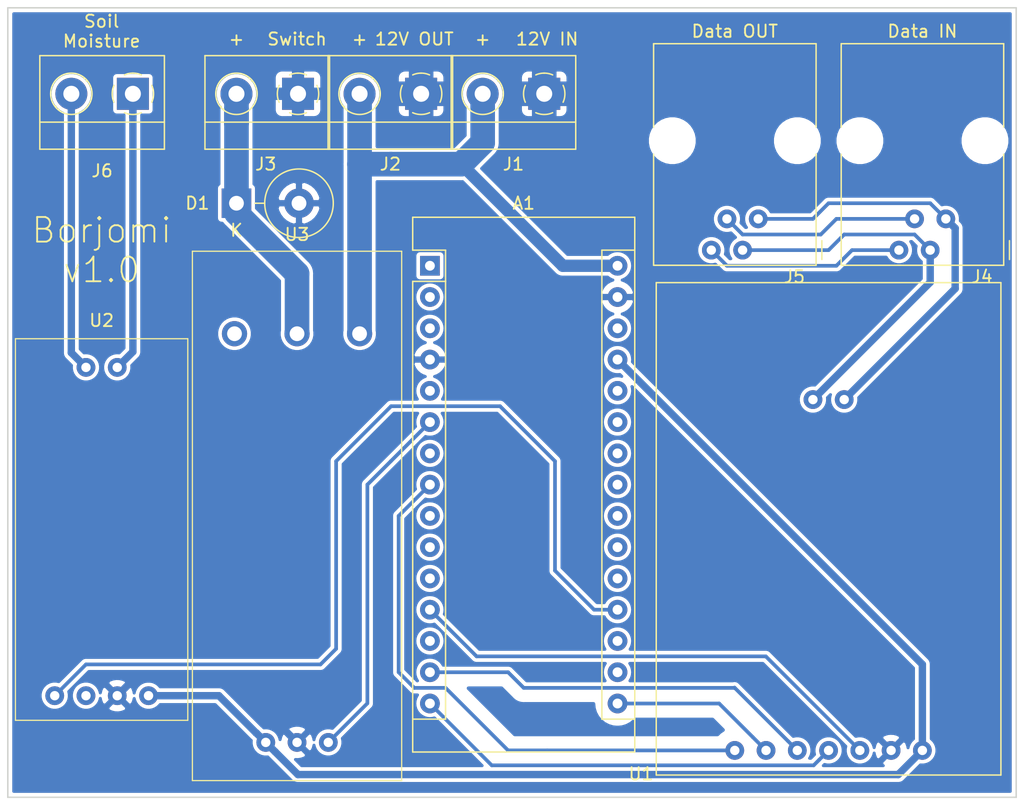
<source format=kicad_pcb>
(kicad_pcb (version 20171130) (host pcbnew 5.1.0-060a0da~80~ubuntu18.04.1)

  (general
    (thickness 1.6)
    (drawings 23)
    (tracks 104)
    (zones 0)
    (modules 11)
    (nets 18)
  )

  (page A4)
  (title_block
    (title "The Borjomi board")
    (rev w01)
    (comment 4 "Author Yurii Yakymenko")
  )

  (layers
    (0 F.Cu signal hide)
    (31 B.Cu signal)
    (32 B.Adhes user hide)
    (33 F.Adhes user hide)
    (34 B.Paste user hide)
    (35 F.Paste user hide)
    (36 B.SilkS user hide)
    (37 F.SilkS user)
    (38 B.Mask user)
    (39 F.Mask user)
    (40 Dwgs.User user hide)
    (41 Cmts.User user hide)
    (42 Eco1.User user hide)
    (43 Eco2.User user hide)
    (44 Edge.Cuts user)
    (45 Margin user hide)
    (46 B.CrtYd user hide)
    (47 F.CrtYd user hide)
    (48 B.Fab user)
    (49 F.Fab user)
  )

  (setup
    (last_trace_width 2)
    (user_trace_width 0.6)
    (user_trace_width 1)
    (user_trace_width 1.5)
    (user_trace_width 2)
    (trace_clearance 0.3)
    (zone_clearance 0.3)
    (zone_45_only no)
    (trace_min 0.2)
    (via_size 0.8)
    (via_drill 0.4)
    (via_min_size 0.4)
    (via_min_drill 0.3)
    (uvia_size 0.3)
    (uvia_drill 0.1)
    (uvias_allowed no)
    (uvia_min_size 0.2)
    (uvia_min_drill 0.1)
    (edge_width 0.05)
    (segment_width 0.2)
    (pcb_text_width 0.3)
    (pcb_text_size 1.5 1.5)
    (mod_edge_width 0.12)
    (mod_text_size 1 1)
    (mod_text_width 0.15)
    (pad_size 1.524 1.524)
    (pad_drill 0.762)
    (pad_to_mask_clearance 0.051)
    (solder_mask_min_width 0.25)
    (aux_axis_origin 0 0)
    (visible_elements FFFFFF7F)
    (pcbplotparams
      (layerselection 0x010e0_fffffffe)
      (usegerberextensions true)
      (usegerberattributes false)
      (usegerberadvancedattributes false)
      (creategerberjobfile false)
      (excludeedgelayer false)
      (linewidth 0.150000)
      (plotframeref false)
      (viasonmask false)
      (mode 1)
      (useauxorigin false)
      (hpglpennumber 1)
      (hpglpenspeed 20)
      (hpglpendiameter 15.000000)
      (psnegative false)
      (psa4output false)
      (plotreference false)
      (plotvalue true)
      (plotinvisibletext false)
      (padsonsilk true)
      (subtractmaskfromsilk false)
      (outputformat 1)
      (mirror false)
      (drillshape 0)
      (scaleselection 1)
      (outputdirectory "gerber/"))
  )

  (net 0 "")
  (net 1 "Net-(A1-Pad19)")
  (net 2 GND)
  (net 3 "Net-(A1-Pad6)")
  (net 4 "Net-(A1-Pad27)")
  (net 5 "Net-(A1-Pad12)")
  (net 6 "Net-(A1-Pad14)")
  (net 7 +12V)
  (net 8 "Net-(A1-Pad15)")
  (net 9 "Net-(A1-Pad16)")
  (net 10 "Net-(J4-Pad4)")
  (net 11 "Net-(J4-Pad3)")
  (net 12 "Net-(J4-Pad2)")
  (net 13 "Net-(J4-Pad1)")
  (net 14 "Net-(J6-Pad2)")
  (net 15 "Net-(J6-Pad1)")
  (net 16 "Net-(A1-Pad8)")
  (net 17 "Net-(D1-Pad1)")

  (net_class Default "This is the default net class."
    (clearance 0.3)
    (trace_width 0.3)
    (via_dia 0.8)
    (via_drill 0.4)
    (uvia_dia 0.3)
    (uvia_drill 0.1)
    (add_net +12V)
    (add_net GND)
    (add_net "Net-(A1-Pad12)")
    (add_net "Net-(A1-Pad14)")
    (add_net "Net-(A1-Pad15)")
    (add_net "Net-(A1-Pad16)")
    (add_net "Net-(A1-Pad19)")
    (add_net "Net-(A1-Pad27)")
    (add_net "Net-(A1-Pad6)")
    (add_net "Net-(A1-Pad8)")
    (add_net "Net-(D1-Pad1)")
    (add_net "Net-(J4-Pad1)")
    (add_net "Net-(J4-Pad2)")
    (add_net "Net-(J4-Pad3)")
    (add_net "Net-(J4-Pad4)")
    (add_net "Net-(J6-Pad1)")
    (add_net "Net-(J6-Pad2)")
  )

  (module Diode_THT:D_DO-27_P5.08mm_Vertical_KathodeUp (layer F.Cu) (tedit 5AE50CD5) (tstamp 5CAC1813)
    (at 67.47 50.8)
    (descr "Diode, DO-27 series, Axial, Vertical, pin pitch=5.08mm, , length*diameter=9.52*5.33mm^2, , http://www.slottechforum.com/slotinfo/Techstuff/CD2%20Diodes%20and%20Transistors/Cases/Diode%20DO-27.jpg")
    (tags "Diode DO-27 series Axial Vertical pin pitch 5.08mm  length 9.52mm diameter 5.33mm")
    (path /5CAC420C)
    (fp_text reference D1 (at -3.175 0) (layer F.SilkS)
      (effects (font (size 1 1) (thickness 0.15)))
    )
    (fp_text value 1N5408 (at 0.475 3.785) (layer F.Fab)
      (effects (font (size 1 1) (thickness 0.15)))
    )
    (fp_text user K (at 0 2.2) (layer F.SilkS)
      (effects (font (size 1 1) (thickness 0.15)))
    )
    (fp_text user K (at 0 2.2) (layer F.Fab)
      (effects (font (size 1 1) (thickness 0.15)))
    )
    (fp_text user %R (at -2.7 0) (layer F.Fab)
      (effects (font (size 1 1) (thickness 0.15)))
    )
    (fp_line (start 8 -2.92) (end -1.45 -2.92) (layer F.CrtYd) (width 0.05))
    (fp_line (start 8 2.92) (end 8 -2.92) (layer F.CrtYd) (width 0.05))
    (fp_line (start -1.45 2.92) (end 8 2.92) (layer F.CrtYd) (width 0.05))
    (fp_line (start -1.45 -2.92) (end -1.45 2.92) (layer F.CrtYd) (width 0.05))
    (fp_line (start 2.295 0) (end 1.5 0) (layer F.SilkS) (width 0.12))
    (fp_line (start 0 0) (end 5.08 0) (layer F.Fab) (width 0.1))
    (fp_circle (center 5.08 0) (end 7.865 0) (layer F.SilkS) (width 0.12))
    (fp_circle (center 5.08 0) (end 7.745 0) (layer F.Fab) (width 0.1))
    (pad 2 thru_hole oval (at 5.08 0) (size 2.4 2.4) (drill 1.2) (layers *.Cu *.Mask)
      (net 2 GND))
    (pad 1 thru_hole rect (at 0 0) (size 2.4 2.4) (drill 1.2) (layers *.Cu *.Mask)
      (net 17 "Net-(D1-Pad1)"))
    (model ${KISYS3DMOD}/Diode_THT.3dshapes/D_DO-27_P5.08mm_Vertical_KathodeUp.wrl
      (at (xyz 0 0 0))
      (scale (xyz 1 1 1))
      (rotate (xyz 0 0 0))
    )
  )

  (module RelayModule:Relay_Module_1_Channel (layer F.Cu) (tedit 5CA87670) (tstamp 5CA9846C)
    (at 72.39 76.2 90)
    (path /5CA61D0C)
    (fp_text reference U3 (at 22.86 0 180) (layer F.SilkS)
      (effects (font (size 1 1) (thickness 0.15)))
    )
    (fp_text value 5V_Relay_Module (at -12.065 -0.635 180) (layer F.Fab)
      (effects (font (size 1 1) (thickness 0.15)))
    )
    (fp_line (start -21.5 -8.5) (end -21.5 8.5) (layer F.SilkS) (width 0.1))
    (fp_line (start -21.5 8.5) (end 21.5 8.5) (layer F.SilkS) (width 0.1))
    (fp_line (start 21.5 -8.5) (end 21.5 8.5) (layer F.SilkS) (width 0.1))
    (fp_line (start -21.5 -8.5) (end 21.5 -8.5) (layer F.SilkS) (width 0.1))
    (fp_line (start -21.5 8.5) (end 21.5 8.5) (layer F.Fab) (width 0.1))
    (fp_line (start -21.5 -8.5) (end -21.5 8.5) (layer F.Fab) (width 0.1))
    (fp_line (start 21.5 -8.5) (end 21.5 8.5) (layer F.Fab) (width 0.1))
    (fp_line (start -21.5 -8.5) (end 21.5 -8.5) (layer F.Fab) (width 0.1))
    (pad 4 thru_hole circle (at 14.8 5.08 90) (size 2.048 2.048) (drill 1.2) (layers *.Cu *.Mask)
      (net 7 +12V))
    (pad 6 thru_hole circle (at 14.8 -5.08 90) (size 2.048 2.048) (drill 1.2) (layers *.Cu *.Mask))
    (pad 5 thru_hole circle (at 14.8 0 90) (size 2.048 2.048) (drill 1.2) (layers *.Cu *.Mask)
      (net 17 "Net-(D1-Pad1)"))
    (pad 1 thru_hole circle (at -18.4 -2.54 90) (size 1.524 1.524) (drill 0.762) (layers *.Cu *.Mask)
      (net 4 "Net-(A1-Pad27)"))
    (pad 2 thru_hole circle (at -18.4 0 90) (size 1.524 1.524) (drill 0.762) (layers *.Cu *.Mask)
      (net 2 GND))
    (pad 3 thru_hole circle (at -18.4 2.54 90) (size 1.524 1.524) (drill 0.762) (layers *.Cu *.Mask)
      (net 3 "Net-(A1-Pad6)"))
  )

  (module Connector:Degson_DG301_1x02_P5.00mm_Horizontal (layer F.Cu) (tedit 5CA9043C) (tstamp 5CA99863)
    (at 59.055 41.91 180)
    (descr "Terminal Block Phoenix MKDS-1,5-2, 2 pins, pitch 5mm, size 10x9.8mm^2, drill diamater 1.3mm, pad diameter 2.6mm, see http://www.farnell.com/datasheets/100425.pdf, script-generated using https://github.com/pointhi/kicad-footprint-generator/scripts/TerminalBlock_Phoenix")
    (tags "THT Terminal Block Phoenix MKDS-1,5-2 pitch 5mm size 10x9.8mm^2 drill 1.3mm pad 2.6mm")
    (path /5B71928D)
    (fp_text reference J6 (at 2.5 -6.26 180) (layer F.SilkS)
      (effects (font (size 1 1) (thickness 0.15)))
    )
    (fp_text value Conn_01x02 (at 2.54 5.08 180) (layer F.Fab)
      (effects (font (size 1 1) (thickness 0.15)))
    )
    (fp_text user %R (at 2.54 -3.81 180) (layer F.Fab)
      (effects (font (size 1 1) (thickness 0.15)))
    )
    (fp_line (start 3.773 1.023) (end 3.726 1.069) (layer F.SilkS) (width 0.12))
    (fp_line (start 6.07 -1.275) (end 6.035 -1.239) (layer F.SilkS) (width 0.12))
    (fp_line (start 3.966 1.239) (end 3.931 1.274) (layer F.SilkS) (width 0.12))
    (fp_line (start 6.275 -1.069) (end 6.228 -1.023) (layer F.SilkS) (width 0.12))
    (fp_line (start 5.955 -1.138) (end 3.863 0.955) (layer F.Fab) (width 0.1))
    (fp_line (start 6.138 -0.955) (end 4.046 1.138) (layer F.Fab) (width 0.1))
    (fp_line (start 0.955 -1.138) (end -1.138 0.955) (layer F.Fab) (width 0.1))
    (fp_line (start 1.138 -0.955) (end -0.955 1.138) (layer F.Fab) (width 0.1))
    (fp_line (start 7.56 -4.5) (end 7.56 3.1) (layer F.SilkS) (width 0.12))
    (fp_line (start -2.56 -4.5) (end -2.56 3.1) (layer F.SilkS) (width 0.12))
    (fp_line (start -2.56 -4.5) (end 7.56 -4.5) (layer F.SilkS) (width 0.12))
    (fp_line (start -2.56 -2.301) (end 7.56 -2.301) (layer F.SilkS) (width 0.12))
    (fp_line (start -2.5 -2.3) (end 7.5 -2.3) (layer F.Fab) (width 0.1))
    (fp_line (start -2.56 3.1) (end 7.56 3.1) (layer F.SilkS) (width 0.12))
    (fp_line (start -2.5 3.1) (end 7.5 3.1) (layer F.Fab) (width 0.1))
    (fp_line (start -2.5 3.1) (end -2.5 -4.5) (layer F.Fab) (width 0.1))
    (fp_line (start 7.5 -4.5) (end 7.5 3.1) (layer F.Fab) (width 0.1))
    (fp_line (start -2.5 -4.5) (end 7.5 -4.5) (layer F.Fab) (width 0.1))
    (fp_circle (center 5 0) (end 6.68 0) (layer F.SilkS) (width 0.12))
    (fp_circle (center 5 0) (end 6.5 0) (layer F.Fab) (width 0.1))
    (fp_circle (center 0 0) (end 1.5 0) (layer F.Fab) (width 0.1))
    (fp_arc (start 0 0) (end -0.684 1.535) (angle -25) (layer F.SilkS) (width 0.12))
    (fp_arc (start 0 0) (end -1.535 -0.684) (angle -48) (layer F.SilkS) (width 0.12))
    (fp_arc (start 0 0) (end 0.684 -1.535) (angle -48) (layer F.SilkS) (width 0.12))
    (fp_arc (start 0 0) (end 1.535 0.684) (angle -48) (layer F.SilkS) (width 0.12))
    (fp_arc (start 0 0) (end 0 1.68) (angle -24) (layer F.SilkS) (width 0.12))
    (pad 2 thru_hole circle (at 5 0 180) (size 2.6 2.6) (drill 1.3) (layers *.Cu *.Mask)
      (net 14 "Net-(J6-Pad2)"))
    (pad 1 thru_hole rect (at 0 0 180) (size 2.6 2.6) (drill 1.3) (layers *.Cu *.Mask)
      (net 15 "Net-(J6-Pad1)"))
    (model ${KISYS3DMOD}/TerminalBlock_Phoenix.3dshapes/TerminalBlock_Phoenix_MKDS-1,5-2_1x02_P5.00mm_Horizontal.wrl
      (at (xyz 0 0 0))
      (scale (xyz 1 1 1))
      (rotate (xyz 0 0 0))
    )
  )

  (module Connector:Degson_DG301_1x02_P5.00mm_Horizontal (layer F.Cu) (tedit 5CA9043C) (tstamp 5CA74993)
    (at 72.47 41.91 180)
    (descr "Terminal Block Phoenix MKDS-1,5-2, 2 pins, pitch 5mm, size 10x9.8mm^2, drill diamater 1.3mm, pad diameter 2.6mm, see http://www.farnell.com/datasheets/100425.pdf, script-generated using https://github.com/pointhi/kicad-footprint-generator/scripts/TerminalBlock_Phoenix")
    (tags "THT Terminal Block Phoenix MKDS-1,5-2 pitch 5mm size 10x9.8mm^2 drill 1.3mm pad 2.6mm")
    (path /5B709E73)
    (fp_text reference J3 (at 2.62 -5.715 180) (layer F.SilkS)
      (effects (font (size 1 1) (thickness 0.15)))
    )
    (fp_text value "Water Switch 12V" (at 3.89 5.715 180) (layer F.Fab)
      (effects (font (size 1 1) (thickness 0.15)))
    )
    (fp_text user %R (at 2.54 -3.81 180) (layer F.Fab)
      (effects (font (size 1 1) (thickness 0.15)))
    )
    (fp_line (start 3.773 1.023) (end 3.726 1.069) (layer F.SilkS) (width 0.12))
    (fp_line (start 6.07 -1.275) (end 6.035 -1.239) (layer F.SilkS) (width 0.12))
    (fp_line (start 3.966 1.239) (end 3.931 1.274) (layer F.SilkS) (width 0.12))
    (fp_line (start 6.275 -1.069) (end 6.228 -1.023) (layer F.SilkS) (width 0.12))
    (fp_line (start 5.955 -1.138) (end 3.863 0.955) (layer F.Fab) (width 0.1))
    (fp_line (start 6.138 -0.955) (end 4.046 1.138) (layer F.Fab) (width 0.1))
    (fp_line (start 0.955 -1.138) (end -1.138 0.955) (layer F.Fab) (width 0.1))
    (fp_line (start 1.138 -0.955) (end -0.955 1.138) (layer F.Fab) (width 0.1))
    (fp_line (start 7.56 -4.5) (end 7.56 3.1) (layer F.SilkS) (width 0.12))
    (fp_line (start -2.56 -4.5) (end -2.56 3.1) (layer F.SilkS) (width 0.12))
    (fp_line (start -2.56 -4.5) (end 7.56 -4.5) (layer F.SilkS) (width 0.12))
    (fp_line (start -2.56 -2.301) (end 7.56 -2.301) (layer F.SilkS) (width 0.12))
    (fp_line (start -2.5 -2.3) (end 7.5 -2.3) (layer F.Fab) (width 0.1))
    (fp_line (start -2.56 3.1) (end 7.56 3.1) (layer F.SilkS) (width 0.12))
    (fp_line (start -2.5 3.1) (end 7.5 3.1) (layer F.Fab) (width 0.1))
    (fp_line (start -2.5 3.1) (end -2.5 -4.5) (layer F.Fab) (width 0.1))
    (fp_line (start 7.5 -4.5) (end 7.5 3.1) (layer F.Fab) (width 0.1))
    (fp_line (start -2.5 -4.5) (end 7.5 -4.5) (layer F.Fab) (width 0.1))
    (fp_circle (center 5 0) (end 6.68 0) (layer F.SilkS) (width 0.12))
    (fp_circle (center 5 0) (end 6.5 0) (layer F.Fab) (width 0.1))
    (fp_circle (center 0 0) (end 1.5 0) (layer F.Fab) (width 0.1))
    (fp_arc (start 0 0) (end -0.684 1.535) (angle -25) (layer F.SilkS) (width 0.12))
    (fp_arc (start 0 0) (end -1.535 -0.684) (angle -48) (layer F.SilkS) (width 0.12))
    (fp_arc (start 0 0) (end 0.684 -1.535) (angle -48) (layer F.SilkS) (width 0.12))
    (fp_arc (start 0 0) (end 1.535 0.684) (angle -48) (layer F.SilkS) (width 0.12))
    (fp_arc (start 0 0) (end 0 1.68) (angle -24) (layer F.SilkS) (width 0.12))
    (pad 2 thru_hole circle (at 5 0 180) (size 2.6 2.6) (drill 1.3) (layers *.Cu *.Mask)
      (net 17 "Net-(D1-Pad1)"))
    (pad 1 thru_hole rect (at 0 0 180) (size 2.6 2.6) (drill 1.3) (layers *.Cu *.Mask)
      (net 2 GND))
    (model ${KISYS3DMOD}/TerminalBlock_Phoenix.3dshapes/TerminalBlock_Phoenix_MKDS-1,5-2_1x02_P5.00mm_Horizontal.wrl
      (at (xyz 0 0 0))
      (scale (xyz 1 1 1))
      (rotate (xyz 0 0 0))
    )
  )

  (module Connector:Degson_DG301_1x02_P5.00mm_Horizontal (layer F.Cu) (tedit 5CA9043C) (tstamp 5CA74988)
    (at 82.47 41.91 180)
    (descr "Terminal Block Phoenix MKDS-1,5-2, 2 pins, pitch 5mm, size 10x9.8mm^2, drill diamater 1.3mm, pad diameter 2.6mm, see http://www.farnell.com/datasheets/100425.pdf, script-generated using https://github.com/pointhi/kicad-footprint-generator/scripts/TerminalBlock_Phoenix")
    (tags "THT Terminal Block Phoenix MKDS-1,5-2 pitch 5mm size 10x9.8mm^2 drill 1.3mm pad 2.6mm")
    (path /5B6F678B)
    (fp_text reference J2 (at 2.5 -5.715 180) (layer F.SilkS)
      (effects (font (size 1 1) (thickness 0.15)))
    )
    (fp_text value "Vout 12V" (at 2.46 5.715 180) (layer F.Fab)
      (effects (font (size 1 1) (thickness 0.15)))
    )
    (fp_text user %R (at 2.54 -3.81 180) (layer F.Fab)
      (effects (font (size 1 1) (thickness 0.15)))
    )
    (fp_line (start 3.773 1.023) (end 3.726 1.069) (layer F.SilkS) (width 0.12))
    (fp_line (start 6.07 -1.275) (end 6.035 -1.239) (layer F.SilkS) (width 0.12))
    (fp_line (start 3.966 1.239) (end 3.931 1.274) (layer F.SilkS) (width 0.12))
    (fp_line (start 6.275 -1.069) (end 6.228 -1.023) (layer F.SilkS) (width 0.12))
    (fp_line (start 5.955 -1.138) (end 3.863 0.955) (layer F.Fab) (width 0.1))
    (fp_line (start 6.138 -0.955) (end 4.046 1.138) (layer F.Fab) (width 0.1))
    (fp_line (start 0.955 -1.138) (end -1.138 0.955) (layer F.Fab) (width 0.1))
    (fp_line (start 1.138 -0.955) (end -0.955 1.138) (layer F.Fab) (width 0.1))
    (fp_line (start 7.56 -4.5) (end 7.56 3.1) (layer F.SilkS) (width 0.12))
    (fp_line (start -2.56 -4.5) (end -2.56 3.1) (layer F.SilkS) (width 0.12))
    (fp_line (start -2.56 -4.5) (end 7.56 -4.5) (layer F.SilkS) (width 0.12))
    (fp_line (start -2.56 -2.301) (end 7.56 -2.301) (layer F.SilkS) (width 0.12))
    (fp_line (start -2.5 -2.3) (end 7.5 -2.3) (layer F.Fab) (width 0.1))
    (fp_line (start -2.56 3.1) (end 7.56 3.1) (layer F.SilkS) (width 0.12))
    (fp_line (start -2.5 3.1) (end 7.5 3.1) (layer F.Fab) (width 0.1))
    (fp_line (start -2.5 3.1) (end -2.5 -4.5) (layer F.Fab) (width 0.1))
    (fp_line (start 7.5 -4.5) (end 7.5 3.1) (layer F.Fab) (width 0.1))
    (fp_line (start -2.5 -4.5) (end 7.5 -4.5) (layer F.Fab) (width 0.1))
    (fp_circle (center 5 0) (end 6.68 0) (layer F.SilkS) (width 0.12))
    (fp_circle (center 5 0) (end 6.5 0) (layer F.Fab) (width 0.1))
    (fp_circle (center 0 0) (end 1.5 0) (layer F.Fab) (width 0.1))
    (fp_arc (start 0 0) (end -0.684 1.535) (angle -25) (layer F.SilkS) (width 0.12))
    (fp_arc (start 0 0) (end -1.535 -0.684) (angle -48) (layer F.SilkS) (width 0.12))
    (fp_arc (start 0 0) (end 0.684 -1.535) (angle -48) (layer F.SilkS) (width 0.12))
    (fp_arc (start 0 0) (end 1.535 0.684) (angle -48) (layer F.SilkS) (width 0.12))
    (fp_arc (start 0 0) (end 0 1.68) (angle -24) (layer F.SilkS) (width 0.12))
    (pad 2 thru_hole circle (at 5 0 180) (size 2.6 2.6) (drill 1.3) (layers *.Cu *.Mask)
      (net 7 +12V))
    (pad 1 thru_hole rect (at 0 0 180) (size 2.6 2.6) (drill 1.3) (layers *.Cu *.Mask)
      (net 2 GND))
    (model ${KISYS3DMOD}/TerminalBlock_Phoenix.3dshapes/TerminalBlock_Phoenix_MKDS-1,5-2_1x02_P5.00mm_Horizontal.wrl
      (at (xyz 0 0 0))
      (scale (xyz 1 1 1))
      (rotate (xyz 0 0 0))
    )
  )

  (module Connector:Degson_DG301_1x02_P5.00mm_Horizontal (layer F.Cu) (tedit 5CA9043C) (tstamp 5CA7497D)
    (at 92.47 41.91 180)
    (descr "Terminal Block Phoenix MKDS-1,5-2, 2 pins, pitch 5mm, size 10x9.8mm^2, drill diamater 1.3mm, pad diameter 2.6mm, see http://www.farnell.com/datasheets/100425.pdf, script-generated using https://github.com/pointhi/kicad-footprint-generator/scripts/TerminalBlock_Phoenix")
    (tags "THT Terminal Block Phoenix MKDS-1,5-2 pitch 5mm size 10x9.8mm^2 drill 1.3mm pad 2.6mm")
    (path /5B6F66B3)
    (fp_text reference J1 (at 2.5 -5.715 180) (layer F.SilkS)
      (effects (font (size 1 1) (thickness 0.15)))
    )
    (fp_text value "Vin 12V" (at 2.3 5.715 180) (layer F.Fab)
      (effects (font (size 1 1) (thickness 0.15)))
    )
    (fp_text user %R (at 2.54 -3.81 180) (layer F.Fab)
      (effects (font (size 1 1) (thickness 0.15)))
    )
    (fp_line (start 3.773 1.023) (end 3.726 1.069) (layer F.SilkS) (width 0.12))
    (fp_line (start 6.07 -1.275) (end 6.035 -1.239) (layer F.SilkS) (width 0.12))
    (fp_line (start 3.966 1.239) (end 3.931 1.274) (layer F.SilkS) (width 0.12))
    (fp_line (start 6.275 -1.069) (end 6.228 -1.023) (layer F.SilkS) (width 0.12))
    (fp_line (start 5.955 -1.138) (end 3.863 0.955) (layer F.Fab) (width 0.1))
    (fp_line (start 6.138 -0.955) (end 4.046 1.138) (layer F.Fab) (width 0.1))
    (fp_line (start 0.955 -1.138) (end -1.138 0.955) (layer F.Fab) (width 0.1))
    (fp_line (start 1.138 -0.955) (end -0.955 1.138) (layer F.Fab) (width 0.1))
    (fp_line (start 7.56 -4.5) (end 7.56 3.1) (layer F.SilkS) (width 0.12))
    (fp_line (start -2.56 -4.5) (end -2.56 3.1) (layer F.SilkS) (width 0.12))
    (fp_line (start -2.56 -4.5) (end 7.56 -4.5) (layer F.SilkS) (width 0.12))
    (fp_line (start -2.56 -2.301) (end 7.56 -2.301) (layer F.SilkS) (width 0.12))
    (fp_line (start -2.5 -2.3) (end 7.5 -2.3) (layer F.Fab) (width 0.1))
    (fp_line (start -2.56 3.1) (end 7.56 3.1) (layer F.SilkS) (width 0.12))
    (fp_line (start -2.5 3.1) (end 7.5 3.1) (layer F.Fab) (width 0.1))
    (fp_line (start -2.5 3.1) (end -2.5 -4.5) (layer F.Fab) (width 0.1))
    (fp_line (start 7.5 -4.5) (end 7.5 3.1) (layer F.Fab) (width 0.1))
    (fp_line (start -2.5 -4.5) (end 7.5 -4.5) (layer F.Fab) (width 0.1))
    (fp_circle (center 5 0) (end 6.68 0) (layer F.SilkS) (width 0.12))
    (fp_circle (center 5 0) (end 6.5 0) (layer F.Fab) (width 0.1))
    (fp_circle (center 0 0) (end 1.5 0) (layer F.Fab) (width 0.1))
    (fp_arc (start 0 0) (end -0.684 1.535) (angle -25) (layer F.SilkS) (width 0.12))
    (fp_arc (start 0 0) (end -1.535 -0.684) (angle -48) (layer F.SilkS) (width 0.12))
    (fp_arc (start 0 0) (end 0.684 -1.535) (angle -48) (layer F.SilkS) (width 0.12))
    (fp_arc (start 0 0) (end 1.535 0.684) (angle -48) (layer F.SilkS) (width 0.12))
    (fp_arc (start 0 0) (end 0 1.68) (angle -24) (layer F.SilkS) (width 0.12))
    (pad 2 thru_hole circle (at 5 0 180) (size 2.6 2.6) (drill 1.3) (layers *.Cu *.Mask)
      (net 7 +12V))
    (pad 1 thru_hole rect (at 0 0 180) (size 2.6 2.6) (drill 1.3) (layers *.Cu *.Mask)
      (net 2 GND))
    (model ${KISYS3DMOD}/TerminalBlock_Phoenix.3dshapes/TerminalBlock_Phoenix_MKDS-1,5-2_1x02_P5.00mm_Horizontal.wrl
      (at (xyz 0 0 0))
      (scale (xyz 1 1 1))
      (rotate (xyz 0 0 0))
    )
  )

  (module Connector:RJ14_YH-57-21_5722_6P4C (layer F.Cu) (tedit 5CA728C4) (tstamp 5CA9909A)
    (at 111.125 54.61 180)
    (descr "RJ12 connector  https://cdn.amphenol-icc.com/media/wysiwyg/files/drawing/c-bmj-0082.pdf")
    (tags "RJ12 connector")
    (path /5B6F8AB0)
    (fp_text reference J5 (at -1.67 -2.16 180) (layer F.SilkS)
      (effects (font (size 1 1) (thickness 0.15)))
    )
    (fp_text value "Data out" (at 3.54 15.24 180) (layer F.Fab)
      (effects (font (size 1 1) (thickness 0.15)))
    )
    (fp_line (start 9.77 12.97) (end -3.43 12.97) (layer F.Fab) (width 0.1))
    (fp_text user %R (at 3.16 7.76 180) (layer F.Fab)
      (effects (font (size 1 1) (thickness 0.15)))
    )
    (fp_line (start -3.43 16.77) (end -3.43 0.52) (layer F.Fab) (width 0.1))
    (fp_line (start -3.43 -1.23) (end 9.77 -1.23) (layer F.Fab) (width 0.1))
    (fp_line (start 9.77 -1.23) (end 9.77 16.77) (layer F.Fab) (width 0.1))
    (fp_line (start 9.77 16.77) (end -3.43 16.77) (layer F.Fab) (width 0.1))
    (fp_line (start -4.04 -1.73) (end 10.38 -1.73) (layer F.CrtYd) (width 0.05))
    (fp_line (start 10.38 -1.73) (end 10.38 17.27) (layer F.CrtYd) (width 0.05))
    (fp_line (start 10.38 17.27) (end -4.04 17.27) (layer F.CrtYd) (width 0.05))
    (fp_line (start -4.04 17.27) (end -4.04 -1.73) (layer F.CrtYd) (width 0.05))
    (fp_line (start -3.43 -1.23) (end 9.77 -1.23) (layer F.SilkS) (width 0.12))
    (fp_line (start 9.77 -1.23) (end 9.77 7.79) (layer F.SilkS) (width 0.12))
    (fp_line (start 9.77 16.65) (end 9.77 16.77) (layer F.SilkS) (width 0.1))
    (fp_line (start 9.77 16.77) (end 9.77 9.99) (layer F.SilkS) (width 0.12))
    (fp_line (start 9.77 16.76) (end 9.77 16.77) (layer F.SilkS) (width 0.1))
    (fp_line (start 9.77 16.77) (end -3.43 16.77) (layer F.SilkS) (width 0.12))
    (fp_line (start -3.43 16.77) (end -3.43 9.99) (layer F.SilkS) (width 0.12))
    (fp_line (start -3.43 7.72) (end -3.43 7.79) (layer F.SilkS) (width 0.1))
    (fp_line (start -3.43 7.79) (end -3.43 -1.23) (layer F.SilkS) (width 0.12))
    (fp_line (start -3.9 0.77) (end -3.9 -0.76) (layer F.SilkS) (width 0.12))
    (fp_line (start -3.43 0.52) (end -2.93 0.02) (layer F.Fab) (width 0.1))
    (fp_line (start -2.93 0.02) (end -3.43 -0.48) (layer F.Fab) (width 0.1))
    (fp_line (start -3.43 -0.48) (end -3.43 -1.23) (layer F.Fab) (width 0.1))
    (pad "" np_thru_hole circle (at -1.91 8.89 180) (size 3.2 3.2) (drill 3.2) (layers *.Cu *.Mask))
    (pad 1 thru_hole circle (at 1.27 2.54 180) (size 1.52 1.52) (drill 0.76) (layers *.Cu *.Mask)
      (net 13 "Net-(J4-Pad1)"))
    (pad 2 thru_hole circle (at 2.54 0 180) (size 1.52 1.52) (drill 0.76) (layers *.Cu *.Mask)
      (net 12 "Net-(J4-Pad2)"))
    (pad 3 thru_hole circle (at 3.81 2.54 180) (size 1.52 1.52) (drill 0.76) (layers *.Cu *.Mask)
      (net 11 "Net-(J4-Pad3)"))
    (pad 4 thru_hole circle (at 5.08 0 180) (size 1.52 1.52) (drill 0.76) (layers *.Cu *.Mask)
      (net 10 "Net-(J4-Pad4)"))
    (pad "" np_thru_hole circle (at 8.25 8.89 180) (size 3.2 3.2) (drill 3.2) (layers *.Cu *.Mask))
    (model ${KISYS3DMOD}/Connector_RJ.3dshapes/RJ12_Amphenol_54601.wrl
      (at (xyz 0 0 0))
      (scale (xyz 1 1 1))
      (rotate (xyz 0 0 0))
    )
  )

  (module Connector:RJ14_YH-57-21_5722_6P4C (layer F.Cu) (tedit 5CA728C4) (tstamp 5CA749B5)
    (at 126.365 54.61 180)
    (descr "RJ12 connector  https://cdn.amphenol-icc.com/media/wysiwyg/files/drawing/c-bmj-0082.pdf")
    (tags "RJ12 connector")
    (path /5B6F8A1D)
    (fp_text reference J4 (at -1.67 -2.16 180) (layer F.SilkS)
      (effects (font (size 1 1) (thickness 0.15)))
    )
    (fp_text value "Data in" (at 3.175 15.24 180) (layer F.Fab)
      (effects (font (size 1 1) (thickness 0.15)))
    )
    (fp_line (start 9.77 12.97) (end -3.43 12.97) (layer F.Fab) (width 0.1))
    (fp_text user %R (at 3.16 7.76 180) (layer F.Fab)
      (effects (font (size 1 1) (thickness 0.15)))
    )
    (fp_line (start -3.43 16.77) (end -3.43 0.52) (layer F.Fab) (width 0.1))
    (fp_line (start -3.43 -1.23) (end 9.77 -1.23) (layer F.Fab) (width 0.1))
    (fp_line (start 9.77 -1.23) (end 9.77 16.77) (layer F.Fab) (width 0.1))
    (fp_line (start 9.77 16.77) (end -3.43 16.77) (layer F.Fab) (width 0.1))
    (fp_line (start -4.04 -1.73) (end 10.38 -1.73) (layer F.CrtYd) (width 0.05))
    (fp_line (start 10.38 -1.73) (end 10.38 17.27) (layer F.CrtYd) (width 0.05))
    (fp_line (start 10.38 17.27) (end -4.04 17.27) (layer F.CrtYd) (width 0.05))
    (fp_line (start -4.04 17.27) (end -4.04 -1.73) (layer F.CrtYd) (width 0.05))
    (fp_line (start -3.43 -1.23) (end 9.77 -1.23) (layer F.SilkS) (width 0.12))
    (fp_line (start 9.77 -1.23) (end 9.77 7.79) (layer F.SilkS) (width 0.12))
    (fp_line (start 9.77 16.65) (end 9.77 16.77) (layer F.SilkS) (width 0.1))
    (fp_line (start 9.77 16.77) (end 9.77 9.99) (layer F.SilkS) (width 0.12))
    (fp_line (start 9.77 16.76) (end 9.77 16.77) (layer F.SilkS) (width 0.1))
    (fp_line (start 9.77 16.77) (end -3.43 16.77) (layer F.SilkS) (width 0.12))
    (fp_line (start -3.43 16.77) (end -3.43 9.99) (layer F.SilkS) (width 0.12))
    (fp_line (start -3.43 7.72) (end -3.43 7.79) (layer F.SilkS) (width 0.1))
    (fp_line (start -3.43 7.79) (end -3.43 -1.23) (layer F.SilkS) (width 0.12))
    (fp_line (start -3.9 0.77) (end -3.9 -0.76) (layer F.SilkS) (width 0.12))
    (fp_line (start -3.43 0.52) (end -2.93 0.02) (layer F.Fab) (width 0.1))
    (fp_line (start -2.93 0.02) (end -3.43 -0.48) (layer F.Fab) (width 0.1))
    (fp_line (start -3.43 -0.48) (end -3.43 -1.23) (layer F.Fab) (width 0.1))
    (pad "" np_thru_hole circle (at -1.91 8.89 180) (size 3.2 3.2) (drill 3.2) (layers *.Cu *.Mask))
    (pad 1 thru_hole circle (at 1.27 2.54 180) (size 1.52 1.52) (drill 0.76) (layers *.Cu *.Mask)
      (net 13 "Net-(J4-Pad1)"))
    (pad 2 thru_hole circle (at 2.54 0 180) (size 1.52 1.52) (drill 0.76) (layers *.Cu *.Mask)
      (net 12 "Net-(J4-Pad2)"))
    (pad 3 thru_hole circle (at 3.81 2.54 180) (size 1.52 1.52) (drill 0.76) (layers *.Cu *.Mask)
      (net 11 "Net-(J4-Pad3)"))
    (pad 4 thru_hole circle (at 5.08 0 180) (size 1.52 1.52) (drill 0.76) (layers *.Cu *.Mask)
      (net 10 "Net-(J4-Pad4)"))
    (pad "" np_thru_hole circle (at 8.25 8.89 180) (size 3.2 3.2) (drill 3.2) (layers *.Cu *.Mask))
    (model ${KISYS3DMOD}/Connector_RJ.3dshapes/RJ12_Amphenol_54601.wrl
      (at (xyz 0 0 0))
      (scale (xyz 1 1 1))
      (rotate (xyz 0 0 0))
    )
  )

  (module Module:Arduino_Nano (layer F.Cu) (tedit 58ACAF70) (tstamp 5CA74972)
    (at 83.185 55.88)
    (descr "Arduino Nano, http://www.mouser.com/pdfdocs/Gravitech_Arduino_Nano3_0.pdf")
    (tags "Arduino Nano")
    (path /5B6D71E4)
    (fp_text reference A1 (at 7.62 -5.08) (layer F.SilkS)
      (effects (font (size 1 1) (thickness 0.15)))
    )
    (fp_text value Arduino_Nano (at 7.62 26.035 180) (layer F.Fab)
      (effects (font (size 1 1) (thickness 0.15)))
    )
    (fp_line (start 16.75 42.16) (end -1.53 42.16) (layer F.CrtYd) (width 0.05))
    (fp_line (start 16.75 42.16) (end 16.75 -4.06) (layer F.CrtYd) (width 0.05))
    (fp_line (start -1.53 -4.06) (end -1.53 42.16) (layer F.CrtYd) (width 0.05))
    (fp_line (start -1.53 -4.06) (end 16.75 -4.06) (layer F.CrtYd) (width 0.05))
    (fp_line (start 16.51 -3.81) (end 16.51 39.37) (layer F.Fab) (width 0.1))
    (fp_line (start 0 -3.81) (end 16.51 -3.81) (layer F.Fab) (width 0.1))
    (fp_line (start -1.27 -2.54) (end 0 -3.81) (layer F.Fab) (width 0.1))
    (fp_line (start -1.27 39.37) (end -1.27 -2.54) (layer F.Fab) (width 0.1))
    (fp_line (start 16.51 39.37) (end -1.27 39.37) (layer F.Fab) (width 0.1))
    (fp_line (start 16.64 -3.94) (end -1.4 -3.94) (layer F.SilkS) (width 0.12))
    (fp_line (start 16.64 39.5) (end 16.64 -3.94) (layer F.SilkS) (width 0.12))
    (fp_line (start -1.4 39.5) (end 16.64 39.5) (layer F.SilkS) (width 0.12))
    (fp_line (start 3.81 41.91) (end 3.81 31.75) (layer F.Fab) (width 0.1))
    (fp_line (start 11.43 41.91) (end 3.81 41.91) (layer F.Fab) (width 0.1))
    (fp_line (start 11.43 31.75) (end 11.43 41.91) (layer F.Fab) (width 0.1))
    (fp_line (start 3.81 31.75) (end 11.43 31.75) (layer F.Fab) (width 0.1))
    (fp_line (start 1.27 36.83) (end -1.4 36.83) (layer F.SilkS) (width 0.12))
    (fp_line (start 1.27 1.27) (end 1.27 36.83) (layer F.SilkS) (width 0.12))
    (fp_line (start 1.27 1.27) (end -1.4 1.27) (layer F.SilkS) (width 0.12))
    (fp_line (start 13.97 36.83) (end 16.64 36.83) (layer F.SilkS) (width 0.12))
    (fp_line (start 13.97 -1.27) (end 13.97 36.83) (layer F.SilkS) (width 0.12))
    (fp_line (start 13.97 -1.27) (end 16.64 -1.27) (layer F.SilkS) (width 0.12))
    (fp_line (start -1.4 -3.94) (end -1.4 -1.27) (layer F.SilkS) (width 0.12))
    (fp_line (start -1.4 1.27) (end -1.4 39.5) (layer F.SilkS) (width 0.12))
    (fp_line (start 1.27 -1.27) (end -1.4 -1.27) (layer F.SilkS) (width 0.12))
    (fp_line (start 1.27 1.27) (end 1.27 -1.27) (layer F.SilkS) (width 0.12))
    (fp_text user %R (at 7.62 22.86 180) (layer F.Fab)
      (effects (font (size 1 1) (thickness 0.15)))
    )
    (pad 16 thru_hole oval (at 15.24 35.56) (size 1.6 1.6) (drill 0.8) (layers *.Cu *.Mask)
      (net 9 "Net-(A1-Pad16)"))
    (pad 15 thru_hole oval (at 0 35.56) (size 1.6 1.6) (drill 0.8) (layers *.Cu *.Mask)
      (net 8 "Net-(A1-Pad15)"))
    (pad 30 thru_hole oval (at 15.24 0) (size 1.6 1.6) (drill 0.8) (layers *.Cu *.Mask)
      (net 7 +12V))
    (pad 14 thru_hole oval (at 0 33.02) (size 1.6 1.6) (drill 0.8) (layers *.Cu *.Mask)
      (net 6 "Net-(A1-Pad14)"))
    (pad 29 thru_hole oval (at 15.24 2.54) (size 1.6 1.6) (drill 0.8) (layers *.Cu *.Mask)
      (net 2 GND))
    (pad 13 thru_hole oval (at 0 30.48) (size 1.6 1.6) (drill 0.8) (layers *.Cu *.Mask))
    (pad 28 thru_hole oval (at 15.24 5.08) (size 1.6 1.6) (drill 0.8) (layers *.Cu *.Mask))
    (pad 12 thru_hole oval (at 0 27.94) (size 1.6 1.6) (drill 0.8) (layers *.Cu *.Mask)
      (net 5 "Net-(A1-Pad12)"))
    (pad 27 thru_hole oval (at 15.24 7.62) (size 1.6 1.6) (drill 0.8) (layers *.Cu *.Mask)
      (net 4 "Net-(A1-Pad27)"))
    (pad 11 thru_hole oval (at 0 25.4) (size 1.6 1.6) (drill 0.8) (layers *.Cu *.Mask))
    (pad 26 thru_hole oval (at 15.24 10.16) (size 1.6 1.6) (drill 0.8) (layers *.Cu *.Mask))
    (pad 10 thru_hole oval (at 0 22.86) (size 1.6 1.6) (drill 0.8) (layers *.Cu *.Mask))
    (pad 25 thru_hole oval (at 15.24 12.7) (size 1.6 1.6) (drill 0.8) (layers *.Cu *.Mask))
    (pad 9 thru_hole oval (at 0 20.32) (size 1.6 1.6) (drill 0.8) (layers *.Cu *.Mask))
    (pad 24 thru_hole oval (at 15.24 15.24) (size 1.6 1.6) (drill 0.8) (layers *.Cu *.Mask))
    (pad 8 thru_hole oval (at 0 17.78) (size 1.6 1.6) (drill 0.8) (layers *.Cu *.Mask)
      (net 16 "Net-(A1-Pad8)"))
    (pad 23 thru_hole oval (at 15.24 17.78) (size 1.6 1.6) (drill 0.8) (layers *.Cu *.Mask))
    (pad 7 thru_hole oval (at 0 15.24) (size 1.6 1.6) (drill 0.8) (layers *.Cu *.Mask))
    (pad 22 thru_hole oval (at 15.24 20.32) (size 1.6 1.6) (drill 0.8) (layers *.Cu *.Mask))
    (pad 6 thru_hole oval (at 0 12.7) (size 1.6 1.6) (drill 0.8) (layers *.Cu *.Mask)
      (net 3 "Net-(A1-Pad6)"))
    (pad 21 thru_hole oval (at 15.24 22.86) (size 1.6 1.6) (drill 0.8) (layers *.Cu *.Mask))
    (pad 5 thru_hole oval (at 0 10.16) (size 1.6 1.6) (drill 0.8) (layers *.Cu *.Mask))
    (pad 20 thru_hole oval (at 15.24 25.4) (size 1.6 1.6) (drill 0.8) (layers *.Cu *.Mask))
    (pad 4 thru_hole oval (at 0 7.62) (size 1.6 1.6) (drill 0.8) (layers *.Cu *.Mask)
      (net 2 GND))
    (pad 19 thru_hole oval (at 15.24 27.94) (size 1.6 1.6) (drill 0.8) (layers *.Cu *.Mask)
      (net 1 "Net-(A1-Pad19)"))
    (pad 3 thru_hole oval (at 0 5.08) (size 1.6 1.6) (drill 0.8) (layers *.Cu *.Mask))
    (pad 18 thru_hole oval (at 15.24 30.48) (size 1.6 1.6) (drill 0.8) (layers *.Cu *.Mask))
    (pad 2 thru_hole oval (at 0 2.54) (size 1.6 1.6) (drill 0.8) (layers *.Cu *.Mask))
    (pad 17 thru_hole oval (at 15.24 33.02) (size 1.6 1.6) (drill 0.8) (layers *.Cu *.Mask))
    (pad 1 thru_hole rect (at 0 0) (size 1.6 1.6) (drill 0.8) (layers *.Cu *.Mask))
    (model ${KISYS3DMOD}/Module.3dshapes/Arduino_Nano_WithMountingHoles.wrl
      (at (xyz 0 0 0))
      (scale (xyz 1 1 1))
      (rotate (xyz 0 0 0))
    )
  )

  (module CAN:AOC346_MCP2515 (layer F.Cu) (tedit 5CA876E7) (tstamp 5CA749F7)
    (at 115.57 95.25 90)
    (path /5B6F5288)
    (fp_text reference U1 (at -1.905 -15.24 180) (layer F.SilkS)
      (effects (font (size 1 1) (thickness 0.15)))
    )
    (fp_text value MCP2515-TJA1050 (at 8.255 0.635 180) (layer F.Fab)
      (effects (font (size 1 1) (thickness 0.15)))
    )
    (fp_line (start -2 -14) (end -2 14) (layer F.SilkS) (width 0.12))
    (fp_line (start -2 -14) (end 38 -14) (layer F.SilkS) (width 0.12))
    (fp_line (start 38 -14) (end 38 14) (layer F.SilkS) (width 0.12))
    (fp_line (start -2 14) (end 38 14) (layer F.SilkS) (width 0.12))
    (fp_circle (center 35.5 -11.5) (end 37.25 -11.5) (layer F.Fab) (width 0.1))
    (fp_circle (center 35.5 11.5) (end 37.25 11.5) (layer F.Fab) (width 0.1))
    (fp_circle (center 0.5 11.5) (end 2.25 11.5) (layer F.Fab) (width 0.1))
    (fp_circle (center 0.5 -11.5) (end 2.25 -11.5) (layer F.Fab) (width 0.1))
    (fp_line (start -2 14) (end 38 14) (layer F.Fab) (width 0.12))
    (fp_line (start -2 -14) (end 38 -14) (layer F.Fab) (width 0.12))
    (fp_line (start 38 -14) (end 38 14) (layer F.Fab) (width 0.12))
    (fp_line (start -2 -14) (end -2 14) (layer F.Fab) (width 0.12))
    (pad 1 thru_hole circle (at 28.5 1.27 90) (size 1.524 1.524) (drill 0.762) (layers *.Cu *.Mask)
      (net 13 "Net-(J4-Pad1)"))
    (pad 9 thru_hole circle (at 0 7.62 90) (size 1.524 1.524) (drill 0.762) (layers *.Cu *.Mask)
      (net 4 "Net-(A1-Pad27)"))
    (pad 8 thru_hole circle (at 0 5.08 90) (size 1.524 1.524) (drill 0.762) (layers *.Cu *.Mask)
      (net 2 GND))
    (pad 7 thru_hole circle (at 0 2.54 90) (size 1.524 1.524) (drill 0.762) (layers *.Cu *.Mask)
      (net 5 "Net-(A1-Pad12)"))
    (pad 6 thru_hole circle (at 0 0 90) (size 1.524 1.524) (drill 0.762) (layers *.Cu *.Mask)
      (net 8 "Net-(A1-Pad15)"))
    (pad 5 thru_hole circle (at 0 -2.54 90) (size 1.524 1.524) (drill 0.762) (layers *.Cu *.Mask)
      (net 6 "Net-(A1-Pad14)"))
    (pad 4 thru_hole circle (at 0 -5.08 90) (size 1.524 1.524) (drill 0.762) (layers *.Cu *.Mask)
      (net 9 "Net-(A1-Pad16)"))
    (pad 3 thru_hole circle (at 0 -7.62 90) (size 1.524 1.524) (drill 0.762) (layers *.Cu *.Mask)
      (net 16 "Net-(A1-Pad8)"))
    (pad 2 thru_hole circle (at 28.5 -1.27 90) (size 1.524 1.524) (drill 0.762) (layers *.Cu *.Mask)
      (net 12 "Net-(J4-Pad2)"))
  )

  (module MH_Sensor:MH_Sensor (layer F.Cu) (tedit 5CA878BC) (tstamp 5CA74A06)
    (at 56.515 90.805 90)
    (path /5B713FC4)
    (fp_text reference U2 (at 30.48 0 180) (layer F.SilkS)
      (effects (font (size 1 1) (thickness 0.15)))
    )
    (fp_text value MH-Series (at 10.16 0 180) (layer F.Fab)
      (effects (font (size 1 1) (thickness 0.15)))
    )
    (fp_line (start 29 -7) (end 29 7) (layer F.SilkS) (width 0.1))
    (fp_line (start -2 7) (end 29 7) (layer F.SilkS) (width 0.1))
    (fp_line (start -2 -7) (end -2 7) (layer F.SilkS) (width 0.1))
    (fp_line (start -2 -7) (end 29 -7) (layer F.SilkS) (width 0.1))
    (fp_circle (center 5 0) (end 6.5 0) (layer F.Fab) (width 0.1))
    (fp_line (start 29 -7) (end 29 7) (layer F.Fab) (width 0.1))
    (fp_line (start -2 -7) (end -2 7) (layer F.Fab) (width 0.1))
    (fp_line (start -2 7) (end 29 7) (layer F.Fab) (width 0.1))
    (fp_line (start -2 -7) (end 29 -7) (layer F.Fab) (width 0.1))
    (pad 5 thru_hole circle (at 26.67 1.27 90) (size 1.524 1.524) (drill 0.762) (layers *.Cu *.Mask)
      (net 15 "Net-(J6-Pad1)"))
    (pad 6 thru_hole circle (at 26.67 -1.27 90) (size 1.524 1.524) (drill 0.762) (layers *.Cu *.Mask)
      (net 14 "Net-(J6-Pad2)"))
    (pad 4 thru_hole circle (at 0 3.81 90) (size 1.524 1.524) (drill 0.762) (layers *.Cu *.Mask)
      (net 4 "Net-(A1-Pad27)"))
    (pad 3 thru_hole circle (at 0 1.27 90) (size 1.524 1.524) (drill 0.762) (layers *.Cu *.Mask)
      (net 2 GND))
    (pad 2 thru_hole circle (at 0 -1.27 90) (size 1.524 1.524) (drill 0.762) (layers *.Cu *.Mask))
    (pad 1 thru_hole circle (at 0 -3.81 90) (size 1.524 1.524) (drill 0.762) (layers *.Cu *.Mask)
      (net 1 "Net-(A1-Pad19)"))
  )

  (gr_line (start 91.2 38.1) (end 83.82 38.1) (layer B.Mask) (width 2) (tstamp 5CAC1F68))
  (gr_line (start 92.47 39.37) (end 91.2 38.1) (layer B.Mask) (width 2))
  (gr_line (start 92.47 41.91) (end 92.47 39.37) (layer B.Mask) (width 2))
  (gr_line (start 82.47 39.37) (end 83.82 38.1) (layer B.Mask) (width 2))
  (gr_line (start 82.47 41.91) (end 82.47 39.37) (layer B.Mask) (width 2))
  (gr_text "Data OUT" (at 107.95 36.83) (layer F.SilkS)
    (effects (font (size 1 1) (thickness 0.15)))
  )
  (gr_text "Data IN" (at 123.19 36.83) (layer F.SilkS)
    (effects (font (size 1 1) (thickness 0.15)))
  )
  (gr_line (start 87.47 45.72) (end 87.47 41.91) (layer B.Mask) (width 2))
  (gr_line (start 85.725 47.625) (end 87.47 45.88) (layer B.Mask) (width 2))
  (gr_line (start 77.47 47.625) (end 85.725 47.625) (layer B.Mask) (width 2))
  (gr_line (start 77.47 41.91) (end 77.47 47.625) (layer B.Mask) (width 2))
  (gr_text "Borjomi\nv1.0" (at 56.515 54.61) (layer F.SilkS)
    (effects (font (size 2 2) (thickness 0.15)))
  )
  (gr_text "Soil\nMoisture" (at 56.515 36.83) (layer F.SilkS)
    (effects (font (size 1 1) (thickness 0.15)))
  )
  (gr_text Switch (at 72.39 37.465) (layer F.SilkS)
    (effects (font (size 1 1) (thickness 0.15)))
  )
  (gr_text "12V OUT" (at 81.915 37.465) (layer F.SilkS)
    (effects (font (size 1 1) (thickness 0.15)))
  )
  (gr_text "12V IN" (at 92.71 37.465) (layer F.SilkS)
    (effects (font (size 1 1) (thickness 0.15)))
  )
  (gr_text + (at 87.47 37.465) (layer F.SilkS)
    (effects (font (size 1 1) (thickness 0.15)))
  )
  (gr_text + (at 77.47 37.465) (layer F.SilkS)
    (effects (font (size 1 1) (thickness 0.15)))
  )
  (gr_text + (at 67.47 37.465) (layer F.SilkS)
    (effects (font (size 1 1) (thickness 0.15)))
  )
  (gr_line (start 48.895 99.06) (end 48.895 34.925) (layer Edge.Cuts) (width 0.12))
  (gr_line (start 130.81 99.06) (end 48.895 99.06) (layer Edge.Cuts) (width 0.12))
  (gr_line (start 130.81 34.925) (end 130.81 99.06) (layer Edge.Cuts) (width 0.12))
  (gr_line (start 48.895 34.925) (end 130.81 34.925) (layer Edge.Cuts) (width 0.12))

  (segment (start 52.705 90.805) (end 55.245 88.265) (width 0.3) (layer B.Cu) (net 1))
  (segment (start 93.345 80.645) (end 96.52 83.82) (width 0.3) (layer B.Cu) (net 1))
  (segment (start 74.295 88.265) (end 75.565 86.995) (width 0.3) (layer B.Cu) (net 1))
  (segment (start 75.565 86.995) (end 75.565 71.755) (width 0.3) (layer B.Cu) (net 1))
  (segment (start 75.565 71.755) (end 80.029999 67.290001) (width 0.3) (layer B.Cu) (net 1))
  (segment (start 93.345 71.755) (end 93.345 80.645) (width 0.3) (layer B.Cu) (net 1))
  (segment (start 80.029999 67.290001) (end 88.880001 67.290001) (width 0.3) (layer B.Cu) (net 1))
  (segment (start 88.880001 67.290001) (end 93.345 71.755) (width 0.3) (layer B.Cu) (net 1))
  (segment (start 96.52 83.82) (end 98.425 83.82) (width 0.3) (layer B.Cu) (net 1))
  (segment (start 55.245 88.265) (end 74.295 88.265) (width 0.3) (layer B.Cu) (net 1))
  (segment (start 67.232999 89.442999) (end 72.39 94.6) (width 0.6) (layer B.Cu) (net 2))
  (segment (start 57.785 90.805) (end 59.147001 89.442999) (width 0.6) (layer B.Cu) (net 2))
  (segment (start 59.147001 89.442999) (end 67.232999 89.442999) (width 0.6) (layer B.Cu) (net 2))
  (segment (start 82.47 41.91) (end 84.455 41.91) (width 2) (layer B.Cu) (net 2))
  (segment (start 82.47 41.83) (end 82.47 39.37) (width 2) (layer B.Cu) (net 2))
  (segment (start 82.47 40.72) (end 82.47 40.64) (width 1) (layer B.Cu) (net 2))
  (segment (start 82.47 41.91) (end 82.47 43.815) (width 2) (layer B.Cu) (net 2))
  (segment (start 82.47 41.91) (end 80.645 41.91) (width 2) (layer B.Cu) (net 2))
  (segment (start 92.47 39.37) (end 92.47 41.91) (width 2) (layer B.Cu) (net 2))
  (segment (start 92.47 41.91) (end 92.47 44.45) (width 2) (layer B.Cu) (net 2))
  (segment (start 92.47 41.91) (end 95.25 41.91) (width 2) (layer B.Cu) (net 2))
  (segment (start 92.47 41.91) (end 90.577856 41.91) (width 2) (layer B.Cu) (net 2))
  (segment (start 72.47 41.91) (end 72.47 39.37) (width 1) (layer B.Cu) (net 2))
  (segment (start 72.47 41.91) (end 72.47 44.45) (width 1) (layer B.Cu) (net 2))
  (segment (start 72.47 41.91) (end 74.295 41.91) (width 1) (layer B.Cu) (net 2))
  (segment (start 72.47 41.91) (end 70.485 41.91) (width 1) (layer B.Cu) (net 2))
  (segment (start 83.185 68.58) (end 80.01 71.755) (width 0.3) (layer B.Cu) (net 3))
  (segment (start 78.105 73.66) (end 78.105 91.425) (width 0.3) (layer B.Cu) (net 3))
  (segment (start 74.93 94.6) (end 78.09 91.44) (width 0.3) (layer B.Cu) (net 3))
  (segment (start 78.105 73.66) (end 80.01 71.755) (width 0.3) (layer B.Cu) (net 3))
  (segment (start 123.19 88.265) (end 98.425 63.5) (width 0.6) (layer B.Cu) (net 4))
  (segment (start 123.19 95.25) (end 123.19 88.265) (width 0.6) (layer B.Cu) (net 4))
  (segment (start 70.611999 95.361999) (end 69.85 94.6) (width 0.6) (layer B.Cu) (net 4))
  (segment (start 72.462011 97.212011) (end 70.611999 95.361999) (width 0.6) (layer B.Cu) (net 4))
  (segment (start 121.227989 97.212011) (end 72.462011 97.212011) (width 0.6) (layer B.Cu) (net 4))
  (segment (start 123.19 95.25) (end 121.227989 97.212011) (width 0.6) (layer B.Cu) (net 4))
  (segment (start 69.088001 93.838001) (end 69.073001 93.838001) (width 0.6) (layer B.Cu) (net 4))
  (segment (start 69.85 94.6) (end 69.088001 93.838001) (width 0.6) (layer B.Cu) (net 4))
  (segment (start 69.073001 93.838001) (end 66.04 90.805) (width 0.6) (layer B.Cu) (net 4))
  (segment (start 66.04 90.805) (end 60.325 90.805) (width 0.6) (layer B.Cu) (net 4))
  (segment (start 86.975001 87.610001) (end 110.470001 87.610001) (width 0.3) (layer B.Cu) (net 5))
  (segment (start 83.185 83.82) (end 86.975001 87.610001) (width 0.3) (layer B.Cu) (net 5))
  (segment (start 110.470001 87.610001) (end 118.11 95.25) (width 0.3) (layer B.Cu) (net 5))
  (segment (start 112.268001 94.488001) (end 113.03 95.25) (width 0.3) (layer B.Cu) (net 6))
  (segment (start 107.930001 90.150001) (end 112.268001 94.488001) (width 0.3) (layer B.Cu) (net 6))
  (segment (start 83.185 88.9) (end 89.535 88.9) (width 0.3) (layer B.Cu) (net 6))
  (segment (start 89.535 88.9) (end 90.805 90.17) (width 0.3) (layer B.Cu) (net 6))
  (segment (start 107.910002 90.17) (end 107.930001 90.150001) (width 0.3) (layer B.Cu) (net 6))
  (segment (start 90.805 90.17) (end 107.910002 90.17) (width 0.3) (layer B.Cu) (net 6))
  (segment (start 85.725 47.625) (end 80.01 47.625) (width 2) (layer B.Cu) (net 7))
  (segment (start 87.47 45.88) (end 85.725 47.625) (width 2) (layer B.Cu) (net 7))
  (segment (start 80.01 47.625) (end 77.47 47.625) (width 2) (layer B.Cu) (net 7))
  (segment (start 77.47 47.625) (end 77.47 61.4) (width 2) (layer B.Cu) (net 7))
  (segment (start 93.98 55.88) (end 85.725 47.625) (width 1) (layer B.Cu) (net 7))
  (segment (start 98.425 55.88) (end 93.98 55.88) (width 1) (layer B.Cu) (net 7))
  (segment (start 77.47 41.91) (end 77.47 47.625) (width 2) (layer B.Cu) (net 7))
  (segment (start 87.47 45.88) (end 87.47 41.91) (width 2) (layer B.Cu) (net 7))
  (segment (start 114.808001 96.011999) (end 115.57 95.25) (width 0.3) (layer B.Cu) (net 8))
  (segment (start 114.357999 96.462001) (end 114.808001 96.011999) (width 0.3) (layer B.Cu) (net 8))
  (segment (start 88.207001 96.462001) (end 114.357999 96.462001) (width 0.3) (layer B.Cu) (net 8))
  (segment (start 83.185 91.44) (end 88.207001 96.462001) (width 0.3) (layer B.Cu) (net 8))
  (segment (start 106.68 91.44) (end 98.47874 91.44) (width 0.3) (layer B.Cu) (net 9))
  (segment (start 109.41237 94.17237) (end 106.68 91.44) (width 0.3) (layer B.Cu) (net 9))
  (segment (start 109.41237 94.17237) (end 110.49 95.25) (width 0.3) (layer B.Cu) (net 9))
  (segment (start 117.475 54.61) (end 121.285 54.61) (width 0.3) (layer B.Cu) (net 10))
  (segment (start 116.205 55.88) (end 117.475 54.61) (width 0.3) (layer B.Cu) (net 10))
  (segment (start 106.045 54.61) (end 107.315 55.88) (width 0.3) (layer B.Cu) (net 10))
  (segment (start 107.315 55.88) (end 116.205 55.88) (width 0.3) (layer B.Cu) (net 10))
  (segment (start 107.315 52.07) (end 108.585 53.34) (width 0.3) (layer B.Cu) (net 11))
  (segment (start 108.585 53.34) (end 114.935 53.34) (width 0.3) (layer B.Cu) (net 11))
  (segment (start 114.935 53.34) (end 116.205 52.07) (width 0.3) (layer B.Cu) (net 11))
  (segment (start 116.205 52.07) (end 122.555 52.07) (width 0.3) (layer B.Cu) (net 11))
  (segment (start 123.825 54.61) (end 122.555 53.34) (width 0.3) (layer B.Cu) (net 12))
  (segment (start 122.555 53.34) (end 116.84 53.34) (width 0.3) (layer B.Cu) (net 12))
  (segment (start 115.57 54.61) (end 108.585 54.61) (width 0.3) (layer B.Cu) (net 12))
  (segment (start 116.84 53.34) (end 115.57 54.61) (width 0.3) (layer B.Cu) (net 12))
  (segment (start 123.825 57.225) (end 114.3 66.75) (width 0.6) (layer B.Cu) (net 12))
  (segment (start 123.825 54.61) (end 123.825 57.225) (width 0.6) (layer B.Cu) (net 12))
  (segment (start 114.3 52.07) (end 109.855 52.07) (width 0.3) (layer B.Cu) (net 13))
  (segment (start 115.57 50.8) (end 114.3 52.07) (width 0.3) (layer B.Cu) (net 13))
  (segment (start 125.095 52.07) (end 123.825 50.8) (width 0.3) (layer B.Cu) (net 13))
  (segment (start 123.825 50.8) (end 115.57 50.8) (width 0.3) (layer B.Cu) (net 13))
  (segment (start 125.095 52.07) (end 125.854999 52.829999) (width 0.6) (layer B.Cu) (net 13))
  (segment (start 125.854999 57.735001) (end 116.84 66.75) (width 0.6) (layer B.Cu) (net 13))
  (segment (start 125.854999 52.829999) (end 125.854999 57.735001) (width 0.6) (layer B.Cu) (net 13))
  (segment (start 54.055 62.945) (end 55.245 64.135) (width 0.6) (layer B.Cu) (net 14))
  (segment (start 54.055 43.895) (end 54.055 41.91) (width 0.6) (layer B.Cu) (net 14))
  (segment (start 54.055 43.895) (end 54.055 62.945) (width 0.6) (layer B.Cu) (net 14))
  (segment (start 57.785 64.135) (end 59.055 62.865) (width 0.6) (layer B.Cu) (net 15))
  (segment (start 59.055 43.815) (end 59.055 41.91) (width 0.6) (layer B.Cu) (net 15))
  (segment (start 59.055 43.815) (end 59.055 43.18) (width 0.6) (layer B.Cu) (net 15))
  (segment (start 59.055 62.865) (end 59.055 43.815) (width 0.6) (layer B.Cu) (net 15))
  (segment (start 72.39 56.515) (end 72.39 61.4) (width 2) (layer B.Cu) (net 17))
  (segment (start 67.47 51.595) (end 72.39 56.515) (width 2) (layer B.Cu) (net 17))
  (segment (start 84.455 90.17) (end 89.535 95.25) (width 0.3) (layer B.Cu) (net 16))
  (segment (start 80.645 88.9) (end 81.915 90.17) (width 0.3) (layer B.Cu) (net 16))
  (segment (start 92.71 95.25) (end 107.95 95.25) (width 0.3) (layer B.Cu) (net 16))
  (segment (start 83.185 73.66) (end 80.645 76.2) (width 0.3) (layer B.Cu) (net 16))
  (segment (start 80.645 76.2) (end 80.645 88.9) (width 0.3) (layer B.Cu) (net 16))
  (segment (start 92.71 95.25) (end 89.535 95.25) (width 0.3) (layer B.Cu) (net 16))
  (segment (start 81.915 90.17) (end 84.455 90.17) (width 0.3) (layer B.Cu) (net 16))
  (segment (start 67.47 44.29) (end 67.47 41.91) (width 2) (layer B.Cu) (net 17))
  (segment (start 67.47 44.29) (end 67.47 51.595) (width 2) (layer B.Cu) (net 17))
  (segment (start 67.47 43.18) (end 67.47 44.29) (width 2) (layer B.Cu) (net 17))

  (zone (net 2) (net_name GND) (layer B.Cu) (tstamp 5CAC13DD) (hatch edge 0.508)
    (connect_pads (clearance 0.3))
    (min_thickness 0.245)
    (fill yes (arc_segments 32) (thermal_gap 0.508) (thermal_bridge_width 0.508))
    (polygon
      (pts
        (xy 48.26 34.29) (xy 131.445 34.29) (xy 131.445 99.695) (xy 48.26 99.695)
      )
    )
    (filled_polygon
      (pts
        (xy 130.327501 98.5775) (xy 49.3775 98.5775) (xy 49.3775 90.688337) (xy 51.5205 90.688337) (xy 51.5205 90.921663)
        (xy 51.56602 91.150506) (xy 51.65531 91.366071) (xy 51.784939 91.560075) (xy 51.949925 91.725061) (xy 52.143929 91.85469)
        (xy 52.359494 91.94398) (xy 52.588337 91.9895) (xy 52.821663 91.9895) (xy 53.050506 91.94398) (xy 53.266071 91.85469)
        (xy 53.460075 91.725061) (xy 53.625061 91.560075) (xy 53.75469 91.366071) (xy 53.84398 91.150506) (xy 53.8895 90.921663)
        (xy 53.8895 90.688337) (xy 54.0605 90.688337) (xy 54.0605 90.921663) (xy 54.10602 91.150506) (xy 54.19531 91.366071)
        (xy 54.324939 91.560075) (xy 54.489925 91.725061) (xy 54.683929 91.85469) (xy 54.899494 91.94398) (xy 55.128337 91.9895)
        (xy 55.361663 91.9895) (xy 55.590506 91.94398) (xy 55.806071 91.85469) (xy 55.931322 91.771) (xy 57.004969 91.771)
        (xy 57.072574 92.009291) (xy 57.321209 92.125138) (xy 57.587667 92.190253) (xy 57.861708 92.202133) (xy 58.132801 92.160322)
        (xy 58.390528 92.066428) (xy 58.497426 92.009291) (xy 58.565031 91.771) (xy 57.785 90.990969) (xy 57.004969 91.771)
        (xy 55.931322 91.771) (xy 56.000075 91.725061) (xy 56.165061 91.560075) (xy 56.29469 91.366071) (xy 56.38398 91.150506)
        (xy 56.409521 91.022105) (xy 56.429678 91.152801) (xy 56.523572 91.410528) (xy 56.580709 91.517426) (xy 56.819 91.585031)
        (xy 57.599031 90.805) (xy 57.970969 90.805) (xy 58.751 91.585031) (xy 58.989291 91.517426) (xy 59.105138 91.268791)
        (xy 59.162697 91.033254) (xy 59.18602 91.150506) (xy 59.27531 91.366071) (xy 59.404939 91.560075) (xy 59.569925 91.725061)
        (xy 59.763929 91.85469) (xy 59.979494 91.94398) (xy 60.208337 91.9895) (xy 60.441663 91.9895) (xy 60.670506 91.94398)
        (xy 60.886071 91.85469) (xy 61.080075 91.725061) (xy 61.245061 91.560075) (xy 61.266827 91.5275) (xy 65.740732 91.5275)
        (xy 68.537027 94.323797) (xy 68.559645 94.351357) (xy 68.587205 94.373975) (xy 68.587207 94.373977) (xy 68.609797 94.392516)
        (xy 68.66966 94.441644) (xy 68.670123 94.441892) (xy 68.673143 94.444912) (xy 68.6655 94.483337) (xy 68.6655 94.716663)
        (xy 68.71102 94.945506) (xy 68.80031 95.161071) (xy 68.929939 95.355075) (xy 69.094925 95.520061) (xy 69.288929 95.64969)
        (xy 69.504494 95.73898) (xy 69.733337 95.7845) (xy 69.966663 95.7845) (xy 70.005087 95.776857) (xy 70.126205 95.897975)
        (xy 70.126216 95.897984) (xy 71.926037 97.697807) (xy 71.948655 97.725367) (xy 71.976215 97.747985) (xy 71.976217 97.747987)
        (xy 72.001627 97.76884) (xy 72.05867 97.815654) (xy 72.184185 97.882743) (xy 72.320376 97.924056) (xy 72.426526 97.934511)
        (xy 72.426533 97.934511) (xy 72.46201 97.938005) (xy 72.497487 97.934511) (xy 121.192504 97.934511) (xy 121.227989 97.938006)
        (xy 121.263474 97.934511) (xy 121.369624 97.924056) (xy 121.505815 97.882743) (xy 121.63133 97.815654) (xy 121.741345 97.725367)
        (xy 121.763972 97.697796) (xy 123.034912 96.426857) (xy 123.073337 96.4345) (xy 123.306663 96.4345) (xy 123.535506 96.38898)
        (xy 123.751071 96.29969) (xy 123.945075 96.170061) (xy 124.110061 96.005075) (xy 124.23969 95.811071) (xy 124.32898 95.595506)
        (xy 124.3745 95.366663) (xy 124.3745 95.133337) (xy 124.32898 94.904494) (xy 124.23969 94.688929) (xy 124.110061 94.494925)
        (xy 123.945075 94.329939) (xy 123.9125 94.308173) (xy 123.9125 88.300485) (xy 123.915995 88.265) (xy 123.902045 88.123365)
        (xy 123.860732 87.987174) (xy 123.793643 87.861659) (xy 123.703356 87.751644) (xy 123.675791 87.729022) (xy 99.634887 63.688119)
        (xy 99.653415 63.5) (xy 99.629811 63.260348) (xy 99.559907 63.029906) (xy 99.44639 62.817529) (xy 99.293621 62.631379)
        (xy 99.107471 62.47861) (xy 98.895094 62.365093) (xy 98.664652 62.295189) (xy 98.485055 62.2775) (xy 98.364945 62.2775)
        (xy 98.185348 62.295189) (xy 97.954906 62.365093) (xy 97.742529 62.47861) (xy 97.556379 62.631379) (xy 97.40361 62.817529)
        (xy 97.290093 63.029906) (xy 97.220189 63.260348) (xy 97.196585 63.5) (xy 97.220189 63.739652) (xy 97.290093 63.970094)
        (xy 97.40361 64.182471) (xy 97.556379 64.368621) (xy 97.742529 64.52139) (xy 97.954906 64.634907) (xy 98.185348 64.704811)
        (xy 98.364945 64.7225) (xy 98.485055 64.7225) (xy 98.613119 64.709887) (xy 98.770543 64.867311) (xy 98.664652 64.835189)
        (xy 98.485055 64.8175) (xy 98.364945 64.8175) (xy 98.185348 64.835189) (xy 97.954906 64.905093) (xy 97.742529 65.01861)
        (xy 97.556379 65.171379) (xy 97.40361 65.357529) (xy 97.290093 65.569906) (xy 97.220189 65.800348) (xy 97.196585 66.04)
        (xy 97.220189 66.279652) (xy 97.290093 66.510094) (xy 97.40361 66.722471) (xy 97.556379 66.908621) (xy 97.742529 67.06139)
        (xy 97.954906 67.174907) (xy 98.185348 67.244811) (xy 98.364945 67.2625) (xy 98.485055 67.2625) (xy 98.664652 67.244811)
        (xy 98.895094 67.174907) (xy 99.107471 67.06139) (xy 99.293621 66.908621) (xy 99.44639 66.722471) (xy 99.559907 66.510094)
        (xy 99.629811 66.279652) (xy 99.653415 66.04) (xy 99.629811 65.800348) (xy 99.597689 65.694457) (xy 122.467501 88.56427)
        (xy 122.4675 94.308173) (xy 122.434925 94.329939) (xy 122.269939 94.494925) (xy 122.14031 94.688929) (xy 122.05102 94.904494)
        (xy 122.025479 95.032895) (xy 122.005322 94.902199) (xy 121.911428 94.644472) (xy 121.854291 94.537574) (xy 121.616 94.469969)
        (xy 120.835969 95.25) (xy 120.850112 95.264143) (xy 120.664143 95.450112) (xy 120.65 95.435969) (xy 119.869969 96.216)
        (xy 119.937574 96.454291) (xy 120.013164 96.489511) (xy 115.140126 96.489511) (xy 115.232705 96.396932) (xy 115.232709 96.396927)
        (xy 115.237975 96.391661) (xy 115.453337 96.4345) (xy 115.686663 96.4345) (xy 115.915506 96.38898) (xy 116.131071 96.29969)
        (xy 116.325075 96.170061) (xy 116.490061 96.005075) (xy 116.61969 95.811071) (xy 116.70898 95.595506) (xy 116.7545 95.366663)
        (xy 116.7545 95.133337) (xy 116.70898 94.904494) (xy 116.61969 94.688929) (xy 116.490061 94.494925) (xy 116.325075 94.329939)
        (xy 116.131071 94.20031) (xy 115.915506 94.11102) (xy 115.686663 94.0655) (xy 115.453337 94.0655) (xy 115.224494 94.11102)
        (xy 115.008929 94.20031) (xy 114.814925 94.329939) (xy 114.649939 94.494925) (xy 114.52031 94.688929) (xy 114.43102 94.904494)
        (xy 114.3855 95.133337) (xy 114.3855 95.366663) (xy 114.428339 95.582025) (xy 114.423073 95.587291) (xy 114.423068 95.587295)
        (xy 114.120863 95.889501) (xy 114.027285 95.889501) (xy 114.07969 95.811071) (xy 114.16898 95.595506) (xy 114.2145 95.366663)
        (xy 114.2145 95.133337) (xy 114.16898 94.904494) (xy 114.07969 94.688929) (xy 113.950061 94.494925) (xy 113.785075 94.329939)
        (xy 113.591071 94.20031) (xy 113.375506 94.11102) (xy 113.146663 94.0655) (xy 112.913337 94.0655) (xy 112.697975 94.108339)
        (xy 112.692709 94.103073) (xy 112.692705 94.103068) (xy 108.354708 89.765072) (xy 108.336778 89.743224) (xy 108.249603 89.671682)
        (xy 108.150147 89.618522) (xy 108.04223 89.585785) (xy 107.930001 89.574732) (xy 107.817772 89.585785) (xy 107.779154 89.5975)
        (xy 99.434056 89.5975) (xy 99.44639 89.582471) (xy 99.559907 89.370094) (xy 99.629811 89.139652) (xy 99.653415 88.9)
        (xy 99.629811 88.660348) (xy 99.559907 88.429906) (xy 99.44639 88.217529) (xy 99.417643 88.182501) (xy 110.232865 88.182501)
        (xy 116.968338 94.917975) (xy 116.9255 95.133337) (xy 116.9255 95.366663) (xy 116.97102 95.595506) (xy 117.06031 95.811071)
        (xy 117.189939 96.005075) (xy 117.354925 96.170061) (xy 117.548929 96.29969) (xy 117.764494 96.38898) (xy 117.993337 96.4345)
        (xy 118.226663 96.4345) (xy 118.455506 96.38898) (xy 118.671071 96.29969) (xy 118.865075 96.170061) (xy 119.030061 96.005075)
        (xy 119.15969 95.811071) (xy 119.24898 95.595506) (xy 119.274521 95.467105) (xy 119.294678 95.597801) (xy 119.388572 95.855528)
        (xy 119.445709 95.962426) (xy 119.684 96.030031) (xy 120.464031 95.25) (xy 119.684 94.469969) (xy 119.445709 94.537574)
        (xy 119.329862 94.786209) (xy 119.272303 95.021746) (xy 119.24898 94.904494) (xy 119.15969 94.688929) (xy 119.030061 94.494925)
        (xy 118.865075 94.329939) (xy 118.796323 94.284) (xy 119.869969 94.284) (xy 120.65 95.064031) (xy 121.430031 94.284)
        (xy 121.362426 94.045709) (xy 121.113791 93.929862) (xy 120.847333 93.864747) (xy 120.573292 93.852867) (xy 120.302199 93.894678)
        (xy 120.044472 93.988572) (xy 119.937574 94.045709) (xy 119.869969 94.284) (xy 118.796323 94.284) (xy 118.671071 94.20031)
        (xy 118.455506 94.11102) (xy 118.226663 94.0655) (xy 117.993337 94.0655) (xy 117.777975 94.108338) (xy 110.894711 87.225075)
        (xy 110.876778 87.203224) (xy 110.789604 87.131681) (xy 110.690147 87.078521) (xy 110.582231 87.045785) (xy 110.498124 87.037501)
        (xy 110.498117 87.037501) (xy 110.470001 87.034732) (xy 110.441885 87.037501) (xy 99.449046 87.037501) (xy 99.559907 86.830094)
        (xy 99.629811 86.599652) (xy 99.653415 86.36) (xy 99.629811 86.120348) (xy 99.559907 85.889906) (xy 99.44639 85.677529)
        (xy 99.293621 85.491379) (xy 99.107471 85.33861) (xy 98.895094 85.225093) (xy 98.664652 85.155189) (xy 98.485055 85.1375)
        (xy 98.364945 85.1375) (xy 98.185348 85.155189) (xy 97.954906 85.225093) (xy 97.742529 85.33861) (xy 97.556379 85.491379)
        (xy 97.40361 85.677529) (xy 97.290093 85.889906) (xy 97.220189 86.120348) (xy 97.196585 86.36) (xy 97.220189 86.599652)
        (xy 97.290093 86.830094) (xy 97.400954 87.037501) (xy 87.212138 87.037501) (xy 84.353614 84.178978) (xy 84.389811 84.059652)
        (xy 84.413415 83.82) (xy 84.389811 83.580348) (xy 84.319907 83.349906) (xy 84.20639 83.137529) (xy 84.053621 82.951379)
        (xy 83.867471 82.79861) (xy 83.655094 82.685093) (xy 83.424652 82.615189) (xy 83.245055 82.5975) (xy 83.124945 82.5975)
        (xy 82.945348 82.615189) (xy 82.714906 82.685093) (xy 82.502529 82.79861) (xy 82.316379 82.951379) (xy 82.16361 83.137529)
        (xy 82.050093 83.349906) (xy 81.980189 83.580348) (xy 81.956585 83.82) (xy 81.980189 84.059652) (xy 82.050093 84.290094)
        (xy 82.16361 84.502471) (xy 82.316379 84.688621) (xy 82.502529 84.84139) (xy 82.714906 84.954907) (xy 82.945348 85.024811)
        (xy 83.124945 85.0425) (xy 83.245055 85.0425) (xy 83.424652 85.024811) (xy 83.543978 84.988614) (xy 84.015264 85.4599)
        (xy 83.867471 85.33861) (xy 83.655094 85.225093) (xy 83.424652 85.155189) (xy 83.245055 85.1375) (xy 83.124945 85.1375)
        (xy 82.945348 85.155189) (xy 82.714906 85.225093) (xy 82.502529 85.33861) (xy 82.316379 85.491379) (xy 82.16361 85.677529)
        (xy 82.050093 85.889906) (xy 81.980189 86.120348) (xy 81.956585 86.36) (xy 81.980189 86.599652) (xy 82.050093 86.830094)
        (xy 82.16361 87.042471) (xy 82.316379 87.228621) (xy 82.502529 87.38139) (xy 82.714906 87.494907) (xy 82.945348 87.564811)
        (xy 83.124945 87.5825) (xy 83.245055 87.5825) (xy 83.424652 87.564811) (xy 83.655094 87.494907) (xy 83.867471 87.38139)
        (xy 84.053621 87.228621) (xy 84.20639 87.042471) (xy 84.319907 86.830094) (xy 84.389811 86.599652) (xy 84.413415 86.36)
        (xy 84.389811 86.120348) (xy 84.319907 85.889906) (xy 84.20639 85.677529) (xy 84.0851 85.529736) (xy 86.550296 87.994933)
        (xy 86.568224 88.016778) (xy 86.655398 88.088321) (xy 86.754855 88.141481) (xy 86.862771 88.174217) (xy 86.946878 88.182501)
        (xy 86.946885 88.182501) (xy 86.975001 88.18527) (xy 87.003117 88.182501) (xy 97.432357 88.182501) (xy 97.40361 88.217529)
        (xy 97.290093 88.429906) (xy 97.220189 88.660348) (xy 97.196585 88.9) (xy 97.220189 89.139652) (xy 97.290093 89.370094)
        (xy 97.40361 89.582471) (xy 97.415944 89.5975) (xy 91.042137 89.5975) (xy 89.95971 88.515073) (xy 89.941777 88.493223)
        (xy 89.854603 88.42168) (xy 89.755146 88.36852) (xy 89.64723 88.335784) (xy 89.563123 88.3275) (xy 89.563116 88.3275)
        (xy 89.535 88.324731) (xy 89.506884 88.3275) (xy 84.26517 88.3275) (xy 84.20639 88.217529) (xy 84.053621 88.031379)
        (xy 83.867471 87.87861) (xy 83.655094 87.765093) (xy 83.424652 87.695189) (xy 83.245055 87.6775) (xy 83.124945 87.6775)
        (xy 82.945348 87.695189) (xy 82.714906 87.765093) (xy 82.502529 87.87861) (xy 82.316379 88.031379) (xy 82.16361 88.217529)
        (xy 82.050093 88.429906) (xy 81.980189 88.660348) (xy 81.956585 88.9) (xy 81.980189 89.139652) (xy 82.050093 89.370094)
        (xy 82.16361 89.582471) (xy 82.175944 89.5975) (xy 82.152137 89.5975) (xy 81.2175 88.662864) (xy 81.2175 81.28)
        (xy 81.956585 81.28) (xy 81.980189 81.519652) (xy 82.050093 81.750094) (xy 82.16361 81.962471) (xy 82.316379 82.148621)
        (xy 82.502529 82.30139) (xy 82.714906 82.414907) (xy 82.945348 82.484811) (xy 83.124945 82.5025) (xy 83.245055 82.5025)
        (xy 83.424652 82.484811) (xy 83.655094 82.414907) (xy 83.867471 82.30139) (xy 84.053621 82.148621) (xy 84.20639 81.962471)
        (xy 84.319907 81.750094) (xy 84.389811 81.519652) (xy 84.413415 81.28) (xy 84.389811 81.040348) (xy 84.319907 80.809906)
        (xy 84.20639 80.597529) (xy 84.053621 80.411379) (xy 83.867471 80.25861) (xy 83.655094 80.145093) (xy 83.424652 80.075189)
        (xy 83.245055 80.0575) (xy 83.124945 80.0575) (xy 82.945348 80.075189) (xy 82.714906 80.145093) (xy 82.502529 80.25861)
        (xy 82.316379 80.411379) (xy 82.16361 80.597529) (xy 82.050093 80.809906) (xy 81.980189 81.040348) (xy 81.956585 81.28)
        (xy 81.2175 81.28) (xy 81.2175 78.74) (xy 81.956585 78.74) (xy 81.980189 78.979652) (xy 82.050093 79.210094)
        (xy 82.16361 79.422471) (xy 82.316379 79.608621) (xy 82.502529 79.76139) (xy 82.714906 79.874907) (xy 82.945348 79.944811)
        (xy 83.124945 79.9625) (xy 83.245055 79.9625) (xy 83.424652 79.944811) (xy 83.655094 79.874907) (xy 83.867471 79.76139)
        (xy 84.053621 79.608621) (xy 84.20639 79.422471) (xy 84.319907 79.210094) (xy 84.389811 78.979652) (xy 84.413415 78.74)
        (xy 84.389811 78.500348) (xy 84.319907 78.269906) (xy 84.20639 78.057529) (xy 84.053621 77.871379) (xy 83.867471 77.71861)
        (xy 83.655094 77.605093) (xy 83.424652 77.535189) (xy 83.245055 77.5175) (xy 83.124945 77.5175) (xy 82.945348 77.535189)
        (xy 82.714906 77.605093) (xy 82.502529 77.71861) (xy 82.316379 77.871379) (xy 82.16361 78.057529) (xy 82.050093 78.269906)
        (xy 81.980189 78.500348) (xy 81.956585 78.74) (xy 81.2175 78.74) (xy 81.2175 76.437136) (xy 82.284899 75.369737)
        (xy 82.16361 75.517529) (xy 82.050093 75.729906) (xy 81.980189 75.960348) (xy 81.956585 76.2) (xy 81.980189 76.439652)
        (xy 82.050093 76.670094) (xy 82.16361 76.882471) (xy 82.316379 77.068621) (xy 82.502529 77.22139) (xy 82.714906 77.334907)
        (xy 82.945348 77.404811) (xy 83.124945 77.4225) (xy 83.245055 77.4225) (xy 83.424652 77.404811) (xy 83.655094 77.334907)
        (xy 83.867471 77.22139) (xy 84.053621 77.068621) (xy 84.20639 76.882471) (xy 84.319907 76.670094) (xy 84.389811 76.439652)
        (xy 84.413415 76.2) (xy 84.389811 75.960348) (xy 84.319907 75.729906) (xy 84.20639 75.517529) (xy 84.053621 75.331379)
        (xy 83.867471 75.17861) (xy 83.655094 75.065093) (xy 83.424652 74.995189) (xy 83.245055 74.9775) (xy 83.124945 74.9775)
        (xy 82.945348 74.995189) (xy 82.714906 75.065093) (xy 82.502529 75.17861) (xy 82.354737 75.299899) (xy 82.826023 74.828614)
        (xy 82.945348 74.864811) (xy 83.124945 74.8825) (xy 83.245055 74.8825) (xy 83.424652 74.864811) (xy 83.655094 74.794907)
        (xy 83.867471 74.68139) (xy 84.053621 74.528621) (xy 84.20639 74.342471) (xy 84.319907 74.130094) (xy 84.389811 73.899652)
        (xy 84.413415 73.66) (xy 84.389811 73.420348) (xy 84.319907 73.189906) (xy 84.20639 72.977529) (xy 84.053621 72.791379)
        (xy 83.867471 72.63861) (xy 83.655094 72.525093) (xy 83.424652 72.455189) (xy 83.245055 72.4375) (xy 83.124945 72.4375)
        (xy 82.945348 72.455189) (xy 82.714906 72.525093) (xy 82.502529 72.63861) (xy 82.316379 72.791379) (xy 82.16361 72.977529)
        (xy 82.050093 73.189906) (xy 81.980189 73.420348) (xy 81.956585 73.66) (xy 81.980189 73.899652) (xy 82.016386 74.018977)
        (xy 80.260074 75.77529) (xy 80.238223 75.793223) (xy 80.16668 75.880398) (xy 80.11352 75.979855) (xy 80.080784 76.087771)
        (xy 80.0725 76.171878) (xy 80.0725 76.171884) (xy 80.069731 76.2) (xy 80.0725 76.228116) (xy 80.072501 88.871874)
        (xy 80.069731 88.9) (xy 80.080784 89.012229) (xy 80.113521 89.120146) (xy 80.166681 89.219603) (xy 80.238224 89.306777)
        (xy 80.260069 89.324705) (xy 81.490295 90.554932) (xy 81.508223 90.576777) (xy 81.595397 90.64832) (xy 81.694854 90.70148)
        (xy 81.770033 90.724285) (xy 81.802769 90.734216) (xy 81.81459 90.73538) (xy 81.886877 90.7425) (xy 81.886883 90.7425)
        (xy 81.914999 90.745269) (xy 81.943115 90.7425) (xy 82.175944 90.7425) (xy 82.16361 90.757529) (xy 82.050093 90.969906)
        (xy 81.980189 91.200348) (xy 81.956585 91.44) (xy 81.980189 91.679652) (xy 82.050093 91.910094) (xy 82.16361 92.122471)
        (xy 82.316379 92.308621) (xy 82.502529 92.46139) (xy 82.714906 92.574907) (xy 82.945348 92.644811) (xy 83.124945 92.6625)
        (xy 83.245055 92.6625) (xy 83.424652 92.644811) (xy 83.543978 92.608614) (xy 87.424874 96.489511) (xy 72.761281 96.489511)
        (xy 72.259939 95.988169) (xy 72.466708 95.997133) (xy 72.737801 95.955322) (xy 72.995528 95.861428) (xy 73.102426 95.804291)
        (xy 73.170031 95.566) (xy 72.39 94.785969) (xy 72.375858 94.800112) (xy 72.189889 94.614143) (xy 72.204031 94.6)
        (xy 71.424 93.819969) (xy 71.185709 93.887574) (xy 71.069862 94.136209) (xy 71.012303 94.371746) (xy 70.98898 94.254494)
        (xy 70.89969 94.038929) (xy 70.770061 93.844925) (xy 70.605075 93.679939) (xy 70.536323 93.634) (xy 71.609969 93.634)
        (xy 72.39 94.414031) (xy 73.170031 93.634) (xy 73.102426 93.395709) (xy 72.853791 93.279862) (xy 72.587333 93.214747)
        (xy 72.313292 93.202867) (xy 72.042199 93.244678) (xy 71.784472 93.338572) (xy 71.677574 93.395709) (xy 71.609969 93.634)
        (xy 70.536323 93.634) (xy 70.411071 93.55031) (xy 70.195506 93.46102) (xy 69.966663 93.4155) (xy 69.733337 93.4155)
        (xy 69.694912 93.423143) (xy 69.623983 93.352215) (xy 69.601357 93.324645) (xy 69.491342 93.234358) (xy 69.490882 93.234112)
        (xy 66.575983 90.319214) (xy 66.553356 90.291644) (xy 66.443341 90.201357) (xy 66.317826 90.134268) (xy 66.181635 90.092955)
        (xy 66.075485 90.0825) (xy 66.04 90.079005) (xy 66.004515 90.0825) (xy 61.266827 90.0825) (xy 61.245061 90.049925)
        (xy 61.080075 89.884939) (xy 60.886071 89.75531) (xy 60.670506 89.66602) (xy 60.441663 89.6205) (xy 60.208337 89.6205)
        (xy 59.979494 89.66602) (xy 59.763929 89.75531) (xy 59.569925 89.884939) (xy 59.404939 90.049925) (xy 59.27531 90.243929)
        (xy 59.18602 90.459494) (xy 59.160479 90.587895) (xy 59.140322 90.457199) (xy 59.046428 90.199472) (xy 58.989291 90.092574)
        (xy 58.751 90.024969) (xy 57.970969 90.805) (xy 57.599031 90.805) (xy 56.819 90.024969) (xy 56.580709 90.092574)
        (xy 56.464862 90.341209) (xy 56.407303 90.576746) (xy 56.38398 90.459494) (xy 56.29469 90.243929) (xy 56.165061 90.049925)
        (xy 56.000075 89.884939) (xy 55.931323 89.839) (xy 57.004969 89.839) (xy 57.785 90.619031) (xy 58.565031 89.839)
        (xy 58.497426 89.600709) (xy 58.248791 89.484862) (xy 57.982333 89.419747) (xy 57.708292 89.407867) (xy 57.437199 89.449678)
        (xy 57.179472 89.543572) (xy 57.072574 89.600709) (xy 57.004969 89.839) (xy 55.931323 89.839) (xy 55.806071 89.75531)
        (xy 55.590506 89.66602) (xy 55.361663 89.6205) (xy 55.128337 89.6205) (xy 54.899494 89.66602) (xy 54.683929 89.75531)
        (xy 54.489925 89.884939) (xy 54.324939 90.049925) (xy 54.19531 90.243929) (xy 54.10602 90.459494) (xy 54.0605 90.688337)
        (xy 53.8895 90.688337) (xy 53.846662 90.472975) (xy 55.482137 88.8375) (xy 74.266884 88.8375) (xy 74.295 88.840269)
        (xy 74.323116 88.8375) (xy 74.323123 88.8375) (xy 74.40723 88.829216) (xy 74.515146 88.79648) (xy 74.614603 88.74332)
        (xy 74.701777 88.671777) (xy 74.71971 88.649927) (xy 75.949933 87.419704) (xy 75.971777 87.401777) (xy 76.04332 87.314603)
        (xy 76.09648 87.215146) (xy 76.129216 87.10723) (xy 76.1375 87.023123) (xy 76.1375 87.023117) (xy 76.140269 86.995001)
        (xy 76.1375 86.966885) (xy 76.1375 71.992136) (xy 80.267136 67.862501) (xy 82.192357 67.862501) (xy 82.16361 67.897529)
        (xy 82.050093 68.109906) (xy 81.980189 68.340348) (xy 81.956585 68.58) (xy 81.980189 68.819652) (xy 82.016386 68.938977)
        (xy 79.625073 71.330291) (xy 79.625067 71.330296) (xy 77.720074 73.23529) (xy 77.698223 73.253223) (xy 77.62668 73.340398)
        (xy 77.57352 73.439855) (xy 77.540784 73.547771) (xy 77.5325 73.631878) (xy 77.5325 73.631884) (xy 77.529731 73.66)
        (xy 77.5325 73.688116) (xy 77.532501 91.187862) (xy 75.262025 93.458338) (xy 75.046663 93.4155) (xy 74.813337 93.4155)
        (xy 74.584494 93.46102) (xy 74.368929 93.55031) (xy 74.174925 93.679939) (xy 74.009939 93.844925) (xy 73.88031 94.038929)
        (xy 73.79102 94.254494) (xy 73.765479 94.382895) (xy 73.745322 94.252199) (xy 73.651428 93.994472) (xy 73.594291 93.887574)
        (xy 73.356 93.819969) (xy 72.575969 94.6) (xy 73.356 95.380031) (xy 73.594291 95.312426) (xy 73.710138 95.063791)
        (xy 73.767697 94.828254) (xy 73.79102 94.945506) (xy 73.88031 95.161071) (xy 74.009939 95.355075) (xy 74.174925 95.520061)
        (xy 74.368929 95.64969) (xy 74.584494 95.73898) (xy 74.813337 95.7845) (xy 75.046663 95.7845) (xy 75.275506 95.73898)
        (xy 75.491071 95.64969) (xy 75.685075 95.520061) (xy 75.850061 95.355075) (xy 75.97969 95.161071) (xy 76.06898 94.945506)
        (xy 76.1145 94.716663) (xy 76.1145 94.483337) (xy 76.071662 94.267975) (xy 78.489932 91.849705) (xy 78.511777 91.831777)
        (xy 78.58332 91.744603) (xy 78.63648 91.645146) (xy 78.669216 91.53723) (xy 78.6775 91.453123) (xy 78.6775 73.897136)
        (xy 80.434704 72.139933) (xy 80.434709 72.139927) (xy 82.284899 70.289738) (xy 82.16361 70.437529) (xy 82.050093 70.649906)
        (xy 81.980189 70.880348) (xy 81.956585 71.12) (xy 81.980189 71.359652) (xy 82.050093 71.590094) (xy 82.16361 71.802471)
        (xy 82.316379 71.988621) (xy 82.502529 72.14139) (xy 82.714906 72.254907) (xy 82.945348 72.324811) (xy 83.124945 72.3425)
        (xy 83.245055 72.3425) (xy 83.424652 72.324811) (xy 83.655094 72.254907) (xy 83.867471 72.14139) (xy 84.053621 71.988621)
        (xy 84.20639 71.802471) (xy 84.319907 71.590094) (xy 84.389811 71.359652) (xy 84.413415 71.12) (xy 84.389811 70.880348)
        (xy 84.319907 70.649906) (xy 84.20639 70.437529) (xy 84.053621 70.251379) (xy 83.867471 70.09861) (xy 83.655094 69.985093)
        (xy 83.424652 69.915189) (xy 83.245055 69.8975) (xy 83.124945 69.8975) (xy 82.945348 69.915189) (xy 82.714906 69.985093)
        (xy 82.502529 70.09861) (xy 82.354738 70.219899) (xy 82.826023 69.748614) (xy 82.945348 69.784811) (xy 83.124945 69.8025)
        (xy 83.245055 69.8025) (xy 83.424652 69.784811) (xy 83.655094 69.714907) (xy 83.867471 69.60139) (xy 84.053621 69.448621)
        (xy 84.20639 69.262471) (xy 84.319907 69.050094) (xy 84.389811 68.819652) (xy 84.413415 68.58) (xy 84.389811 68.340348)
        (xy 84.319907 68.109906) (xy 84.20639 67.897529) (xy 84.177643 67.862501) (xy 88.642865 67.862501) (xy 92.7725 71.992137)
        (xy 92.772501 80.616874) (xy 92.769731 80.645) (xy 92.780784 80.757229) (xy 92.796764 80.809906) (xy 92.813521 80.865146)
        (xy 92.866681 80.964603) (xy 92.938224 81.051777) (xy 92.960069 81.069705) (xy 96.095295 84.204932) (xy 96.113223 84.226777)
        (xy 96.200397 84.29832) (xy 96.299854 84.35148) (xy 96.40777 84.384216) (xy 96.491877 84.3925) (xy 96.491883 84.3925)
        (xy 96.519999 84.395269) (xy 96.548115 84.3925) (xy 97.34483 84.3925) (xy 97.40361 84.502471) (xy 97.556379 84.688621)
        (xy 97.742529 84.84139) (xy 97.954906 84.954907) (xy 98.185348 85.024811) (xy 98.364945 85.0425) (xy 98.485055 85.0425)
        (xy 98.664652 85.024811) (xy 98.895094 84.954907) (xy 99.107471 84.84139) (xy 99.293621 84.688621) (xy 99.44639 84.502471)
        (xy 99.559907 84.290094) (xy 99.629811 84.059652) (xy 99.653415 83.82) (xy 99.629811 83.580348) (xy 99.559907 83.349906)
        (xy 99.44639 83.137529) (xy 99.293621 82.951379) (xy 99.107471 82.79861) (xy 98.895094 82.685093) (xy 98.664652 82.615189)
        (xy 98.485055 82.5975) (xy 98.364945 82.5975) (xy 98.185348 82.615189) (xy 97.954906 82.685093) (xy 97.742529 82.79861)
        (xy 97.556379 82.951379) (xy 97.40361 83.137529) (xy 97.34483 83.2475) (xy 96.757137 83.2475) (xy 94.789637 81.28)
        (xy 97.196585 81.28) (xy 97.220189 81.519652) (xy 97.290093 81.750094) (xy 97.40361 81.962471) (xy 97.556379 82.148621)
        (xy 97.742529 82.30139) (xy 97.954906 82.414907) (xy 98.185348 82.484811) (xy 98.364945 82.5025) (xy 98.485055 82.5025)
        (xy 98.664652 82.484811) (xy 98.895094 82.414907) (xy 99.107471 82.30139) (xy 99.293621 82.148621) (xy 99.44639 81.962471)
        (xy 99.559907 81.750094) (xy 99.629811 81.519652) (xy 99.653415 81.28) (xy 99.629811 81.040348) (xy 99.559907 80.809906)
        (xy 99.44639 80.597529) (xy 99.293621 80.411379) (xy 99.107471 80.25861) (xy 98.895094 80.145093) (xy 98.664652 80.075189)
        (xy 98.485055 80.0575) (xy 98.364945 80.0575) (xy 98.185348 80.075189) (xy 97.954906 80.145093) (xy 97.742529 80.25861)
        (xy 97.556379 80.411379) (xy 97.40361 80.597529) (xy 97.290093 80.809906) (xy 97.220189 81.040348) (xy 97.196585 81.28)
        (xy 94.789637 81.28) (xy 93.9175 80.407864) (xy 93.9175 78.74) (xy 97.196585 78.74) (xy 97.220189 78.979652)
        (xy 97.290093 79.210094) (xy 97.40361 79.422471) (xy 97.556379 79.608621) (xy 97.742529 79.76139) (xy 97.954906 79.874907)
        (xy 98.185348 79.944811) (xy 98.364945 79.9625) (xy 98.485055 79.9625) (xy 98.664652 79.944811) (xy 98.895094 79.874907)
        (xy 99.107471 79.76139) (xy 99.293621 79.608621) (xy 99.44639 79.422471) (xy 99.559907 79.210094) (xy 99.629811 78.979652)
        (xy 99.653415 78.74) (xy 99.629811 78.500348) (xy 99.559907 78.269906) (xy 99.44639 78.057529) (xy 99.293621 77.871379)
        (xy 99.107471 77.71861) (xy 98.895094 77.605093) (xy 98.664652 77.535189) (xy 98.485055 77.5175) (xy 98.364945 77.5175)
        (xy 98.185348 77.535189) (xy 97.954906 77.605093) (xy 97.742529 77.71861) (xy 97.556379 77.871379) (xy 97.40361 78.057529)
        (xy 97.290093 78.269906) (xy 97.220189 78.500348) (xy 97.196585 78.74) (xy 93.9175 78.74) (xy 93.9175 76.2)
        (xy 97.196585 76.2) (xy 97.220189 76.439652) (xy 97.290093 76.670094) (xy 97.40361 76.882471) (xy 97.556379 77.068621)
        (xy 97.742529 77.22139) (xy 97.954906 77.334907) (xy 98.185348 77.404811) (xy 98.364945 77.4225) (xy 98.485055 77.4225)
        (xy 98.664652 77.404811) (xy 98.895094 77.334907) (xy 99.107471 77.22139) (xy 99.293621 77.068621) (xy 99.44639 76.882471)
        (xy 99.559907 76.670094) (xy 99.629811 76.439652) (xy 99.653415 76.2) (xy 99.629811 75.960348) (xy 99.559907 75.729906)
        (xy 99.44639 75.517529) (xy 99.293621 75.331379) (xy 99.107471 75.17861) (xy 98.895094 75.065093) (xy 98.664652 74.995189)
        (xy 98.485055 74.9775) (xy 98.364945 74.9775) (xy 98.185348 74.995189) (xy 97.954906 75.065093) (xy 97.742529 75.17861)
        (xy 97.556379 75.331379) (xy 97.40361 75.517529) (xy 97.290093 75.729906) (xy 97.220189 75.960348) (xy 97.196585 76.2)
        (xy 93.9175 76.2) (xy 93.9175 73.66) (xy 97.196585 73.66) (xy 97.220189 73.899652) (xy 97.290093 74.130094)
        (xy 97.40361 74.342471) (xy 97.556379 74.528621) (xy 97.742529 74.68139) (xy 97.954906 74.794907) (xy 98.185348 74.864811)
        (xy 98.364945 74.8825) (xy 98.485055 74.8825) (xy 98.664652 74.864811) (xy 98.895094 74.794907) (xy 99.107471 74.68139)
        (xy 99.293621 74.528621) (xy 99.44639 74.342471) (xy 99.559907 74.130094) (xy 99.629811 73.899652) (xy 99.653415 73.66)
        (xy 99.629811 73.420348) (xy 99.559907 73.189906) (xy 99.44639 72.977529) (xy 99.293621 72.791379) (xy 99.107471 72.63861)
        (xy 98.895094 72.525093) (xy 98.664652 72.455189) (xy 98.485055 72.4375) (xy 98.364945 72.4375) (xy 98.185348 72.455189)
        (xy 97.954906 72.525093) (xy 97.742529 72.63861) (xy 97.556379 72.791379) (xy 97.40361 72.977529) (xy 97.290093 73.189906)
        (xy 97.220189 73.420348) (xy 97.196585 73.66) (xy 93.9175 73.66) (xy 93.9175 71.783115) (xy 93.920269 71.754999)
        (xy 93.9175 71.726883) (xy 93.9175 71.726877) (xy 93.909216 71.64277) (xy 93.87648 71.534854) (xy 93.82332 71.435397)
        (xy 93.751777 71.348223) (xy 93.729933 71.330296) (xy 93.519637 71.12) (xy 97.196585 71.12) (xy 97.220189 71.359652)
        (xy 97.290093 71.590094) (xy 97.40361 71.802471) (xy 97.556379 71.988621) (xy 97.742529 72.14139) (xy 97.954906 72.254907)
        (xy 98.185348 72.324811) (xy 98.364945 72.3425) (xy 98.485055 72.3425) (xy 98.664652 72.324811) (xy 98.895094 72.254907)
        (xy 99.107471 72.14139) (xy 99.293621 71.988621) (xy 99.44639 71.802471) (xy 99.559907 71.590094) (xy 99.629811 71.359652)
        (xy 99.653415 71.12) (xy 99.629811 70.880348) (xy 99.559907 70.649906) (xy 99.44639 70.437529) (xy 99.293621 70.251379)
        (xy 99.107471 70.09861) (xy 98.895094 69.985093) (xy 98.664652 69.915189) (xy 98.485055 69.8975) (xy 98.364945 69.8975)
        (xy 98.185348 69.915189) (xy 97.954906 69.985093) (xy 97.742529 70.09861) (xy 97.556379 70.251379) (xy 97.40361 70.437529)
        (xy 97.290093 70.649906) (xy 97.220189 70.880348) (xy 97.196585 71.12) (xy 93.519637 71.12) (xy 90.979637 68.58)
        (xy 97.196585 68.58) (xy 97.220189 68.819652) (xy 97.290093 69.050094) (xy 97.40361 69.262471) (xy 97.556379 69.448621)
        (xy 97.742529 69.60139) (xy 97.954906 69.714907) (xy 98.185348 69.784811) (xy 98.364945 69.8025) (xy 98.485055 69.8025)
        (xy 98.664652 69.784811) (xy 98.895094 69.714907) (xy 99.107471 69.60139) (xy 99.293621 69.448621) (xy 99.44639 69.262471)
        (xy 99.559907 69.050094) (xy 99.629811 68.819652) (xy 99.653415 68.58) (xy 99.629811 68.340348) (xy 99.559907 68.109906)
        (xy 99.44639 67.897529) (xy 99.293621 67.711379) (xy 99.107471 67.55861) (xy 98.895094 67.445093) (xy 98.664652 67.375189)
        (xy 98.485055 67.3575) (xy 98.364945 67.3575) (xy 98.185348 67.375189) (xy 97.954906 67.445093) (xy 97.742529 67.55861)
        (xy 97.556379 67.711379) (xy 97.40361 67.897529) (xy 97.290093 68.109906) (xy 97.220189 68.340348) (xy 97.196585 68.58)
        (xy 90.979637 68.58) (xy 89.304711 66.905075) (xy 89.286778 66.883224) (xy 89.199604 66.811681) (xy 89.100147 66.758521)
        (xy 88.992231 66.725785) (xy 88.908124 66.717501) (xy 88.908117 66.717501) (xy 88.880001 66.714732) (xy 88.851885 66.717501)
        (xy 84.209046 66.717501) (xy 84.319907 66.510094) (xy 84.389811 66.279652) (xy 84.413415 66.04) (xy 84.389811 65.800348)
        (xy 84.319907 65.569906) (xy 84.20639 65.357529) (xy 84.053621 65.171379) (xy 83.867471 65.01861) (xy 83.655094 64.905093)
        (xy 83.563046 64.87717) (xy 83.801398 64.790891) (xy 84.041394 64.645834) (xy 84.24848 64.456743) (xy 84.414697 64.230885)
        (xy 84.533657 63.976939) (xy 84.571335 63.852713) (xy 84.451064 63.6315) (xy 83.3165 63.6315) (xy 83.3165 63.6515)
        (xy 83.0535 63.6515) (xy 83.0535 63.6315) (xy 81.918936 63.6315) (xy 81.798665 63.852713) (xy 81.836343 63.976939)
        (xy 81.955303 64.230885) (xy 82.12152 64.456743) (xy 82.328606 64.645834) (xy 82.568602 64.790891) (xy 82.806954 64.87717)
        (xy 82.714906 64.905093) (xy 82.502529 65.01861) (xy 82.316379 65.171379) (xy 82.16361 65.357529) (xy 82.050093 65.569906)
        (xy 81.980189 65.800348) (xy 81.956585 66.04) (xy 81.980189 66.279652) (xy 82.050093 66.510094) (xy 82.160954 66.717501)
        (xy 80.058114 66.717501) (xy 80.029998 66.714732) (xy 80.001882 66.717501) (xy 80.001876 66.717501) (xy 79.917769 66.725785)
        (xy 79.809853 66.758521) (xy 79.710396 66.811681) (xy 79.623222 66.883224) (xy 79.605294 66.905069) (xy 75.180069 71.330295)
        (xy 75.158224 71.348223) (xy 75.086681 71.435397) (xy 75.033522 71.534853) (xy 75.033521 71.534854) (xy 75.000784 71.642771)
        (xy 74.989731 71.755) (xy 74.992501 71.783126) (xy 74.9925 86.757863) (xy 74.057864 87.6925) (xy 55.273115 87.6925)
        (xy 55.244999 87.689731) (xy 55.216883 87.6925) (xy 55.216877 87.6925) (xy 55.14459 87.69962) (xy 55.132769 87.700784)
        (xy 55.100033 87.710715) (xy 55.024854 87.73352) (xy 54.925397 87.78668) (xy 54.838223 87.858223) (xy 54.820295 87.880068)
        (xy 53.037025 89.663338) (xy 52.821663 89.6205) (xy 52.588337 89.6205) (xy 52.359494 89.66602) (xy 52.143929 89.75531)
        (xy 51.949925 89.884939) (xy 51.784939 90.049925) (xy 51.65531 90.243929) (xy 51.56602 90.459494) (xy 51.5205 90.688337)
        (xy 49.3775 90.688337) (xy 49.3775 41.740349) (xy 52.3325 41.740349) (xy 52.3325 42.079651) (xy 52.398695 42.412435)
        (xy 52.528541 42.725909) (xy 52.717047 43.008029) (xy 52.956971 43.247953) (xy 53.239091 43.436459) (xy 53.3325 43.475151)
        (xy 53.3325 43.859516) (xy 53.332501 62.909505) (xy 53.329005 62.945) (xy 53.342955 63.086634) (xy 53.384071 63.222174)
        (xy 53.384269 63.222826) (xy 53.451358 63.348341) (xy 53.541645 63.458356) (xy 53.56921 63.480978) (xy 54.068143 63.979912)
        (xy 54.0605 64.018337) (xy 54.0605 64.251663) (xy 54.10602 64.480506) (xy 54.19531 64.696071) (xy 54.324939 64.890075)
        (xy 54.489925 65.055061) (xy 54.683929 65.18469) (xy 54.899494 65.27398) (xy 55.128337 65.3195) (xy 55.361663 65.3195)
        (xy 55.590506 65.27398) (xy 55.806071 65.18469) (xy 56.000075 65.055061) (xy 56.165061 64.890075) (xy 56.29469 64.696071)
        (xy 56.38398 64.480506) (xy 56.4295 64.251663) (xy 56.4295 64.018337) (xy 56.6005 64.018337) (xy 56.6005 64.251663)
        (xy 56.64602 64.480506) (xy 56.73531 64.696071) (xy 56.864939 64.890075) (xy 57.029925 65.055061) (xy 57.223929 65.18469)
        (xy 57.439494 65.27398) (xy 57.668337 65.3195) (xy 57.901663 65.3195) (xy 58.130506 65.27398) (xy 58.346071 65.18469)
        (xy 58.540075 65.055061) (xy 58.705061 64.890075) (xy 58.83469 64.696071) (xy 58.92398 64.480506) (xy 58.9695 64.251663)
        (xy 58.9695 64.018337) (xy 58.961857 63.979912) (xy 59.540801 63.400969) (xy 59.568355 63.378356) (xy 59.590969 63.350801)
        (xy 59.590976 63.350794) (xy 59.627814 63.305906) (xy 59.658643 63.268341) (xy 59.723347 63.147287) (xy 81.798665 63.147287)
        (xy 81.918936 63.3685) (xy 83.0535 63.3685) (xy 83.0535 63.3485) (xy 83.3165 63.3485) (xy 83.3165 63.3685)
        (xy 84.451064 63.3685) (xy 84.571335 63.147287) (xy 84.533657 63.023061) (xy 84.414697 62.769115) (xy 84.24848 62.543257)
        (xy 84.041394 62.354166) (xy 83.801398 62.209109) (xy 83.563046 62.12283) (xy 83.655094 62.094907) (xy 83.867471 61.98139)
        (xy 84.053621 61.828621) (xy 84.20639 61.642471) (xy 84.319907 61.430094) (xy 84.389811 61.199652) (xy 84.413415 60.96)
        (xy 84.389811 60.720348) (xy 84.319907 60.489906) (xy 84.20639 60.277529) (xy 84.053621 60.091379) (xy 83.867471 59.93861)
        (xy 83.655094 59.825093) (xy 83.424652 59.755189) (xy 83.245055 59.7375) (xy 83.124945 59.7375) (xy 82.945348 59.755189)
        (xy 82.714906 59.825093) (xy 82.502529 59.93861) (xy 82.316379 60.091379) (xy 82.16361 60.277529) (xy 82.050093 60.489906)
        (xy 81.980189 60.720348) (xy 81.956585 60.96) (xy 81.980189 61.199652) (xy 82.050093 61.430094) (xy 82.16361 61.642471)
        (xy 82.316379 61.828621) (xy 82.502529 61.98139) (xy 82.714906 62.094907) (xy 82.806954 62.12283) (xy 82.568602 62.209109)
        (xy 82.328606 62.354166) (xy 82.12152 62.543257) (xy 81.955303 62.769115) (xy 81.836343 63.023061) (xy 81.798665 63.147287)
        (xy 59.723347 63.147287) (xy 59.725732 63.142826) (xy 59.767045 63.006635) (xy 59.7775 62.900485) (xy 59.7775 62.900478)
        (xy 59.780994 62.865001) (xy 59.7775 62.829524) (xy 59.7775 61.257532) (xy 65.8635 61.257532) (xy 65.8635 61.542468)
        (xy 65.919088 61.821928) (xy 66.028128 62.085175) (xy 66.18643 62.32209) (xy 66.38791 62.52357) (xy 66.624825 62.681872)
        (xy 66.888072 62.790912) (xy 67.167532 62.8465) (xy 67.452468 62.8465) (xy 67.731928 62.790912) (xy 67.995175 62.681872)
        (xy 68.23209 62.52357) (xy 68.43357 62.32209) (xy 68.591872 62.085175) (xy 68.700912 61.821928) (xy 68.7565 61.542468)
        (xy 68.7565 61.257532) (xy 68.700912 60.978072) (xy 68.591872 60.714825) (xy 68.43357 60.47791) (xy 68.23209 60.27643)
        (xy 67.995175 60.118128) (xy 67.731928 60.009088) (xy 67.452468 59.9535) (xy 67.167532 59.9535) (xy 66.888072 60.009088)
        (xy 66.624825 60.118128) (xy 66.38791 60.27643) (xy 66.18643 60.47791) (xy 66.028128 60.714825) (xy 65.919088 60.978072)
        (xy 65.8635 61.257532) (xy 59.7775 61.257532) (xy 59.7775 43.634544) (xy 60.355 43.634544) (xy 60.437824 43.626387)
        (xy 60.517466 43.602228) (xy 60.590864 43.562995) (xy 60.655198 43.510198) (xy 60.707995 43.445864) (xy 60.747228 43.372466)
        (xy 60.771387 43.292824) (xy 60.779544 43.21) (xy 60.779544 41.740349) (xy 65.7475 41.740349) (xy 65.7475 42.079651)
        (xy 65.813695 42.412435) (xy 65.943541 42.725909) (xy 66.047501 42.881496) (xy 66.0475 43.110121) (xy 66.0475 44.220126)
        (xy 66.047501 49.239861) (xy 66.034136 49.247005) (xy 65.969802 49.299802) (xy 65.917005 49.364136) (xy 65.877772 49.437534)
        (xy 65.853613 49.517176) (xy 65.845456 49.6) (xy 65.845456 52) (xy 65.853613 52.082824) (xy 65.877772 52.162466)
        (xy 65.917005 52.235864) (xy 65.969802 52.300198) (xy 66.034136 52.352995) (xy 66.107534 52.392228) (xy 66.187176 52.416387)
        (xy 66.27 52.424544) (xy 66.310583 52.424544) (xy 66.459275 52.605726) (xy 66.513551 52.650269) (xy 70.9675 57.104219)
        (xy 70.967501 61.136871) (xy 70.9435 61.257532) (xy 70.9435 61.542468) (xy 70.999088 61.821928) (xy 71.108128 62.085175)
        (xy 71.26643 62.32209) (xy 71.46791 62.52357) (xy 71.704825 62.681872) (xy 71.968072 62.790912) (xy 72.247532 62.8465)
        (xy 72.532468 62.8465) (xy 72.811928 62.790912) (xy 73.075175 62.681872) (xy 73.31209 62.52357) (xy 73.51357 62.32209)
        (xy 73.671872 62.085175) (xy 73.780912 61.821928) (xy 73.8365 61.542468) (xy 73.8365 61.257532) (xy 73.8125 61.136876)
        (xy 73.8125 56.584875) (xy 73.819382 56.515) (xy 73.803951 56.35832) (xy 73.791917 56.236141) (xy 73.710577 55.967999)
        (xy 73.578488 55.720878) (xy 73.526818 55.657918) (xy 73.445268 55.558549) (xy 73.445265 55.558546) (xy 73.400725 55.504274)
        (xy 73.346454 55.459735) (xy 69.102214 51.215495) (xy 70.767278 51.215495) (xy 70.836881 51.444958) (xy 70.995623 51.766778)
        (xy 71.214099 52.051446) (xy 71.483913 52.288021) (xy 71.794696 52.467412) (xy 72.134505 52.582726) (xy 72.4185 52.46815)
        (xy 72.4185 50.9315) (xy 72.6815 50.9315) (xy 72.6815 52.46815) (xy 72.965495 52.582726) (xy 73.305304 52.467412)
        (xy 73.616087 52.288021) (xy 73.885901 52.051446) (xy 74.104377 51.766778) (xy 74.263119 51.444958) (xy 74.332722 51.215495)
        (xy 74.217699 50.9315) (xy 72.6815 50.9315) (xy 72.4185 50.9315) (xy 70.882301 50.9315) (xy 70.767278 51.215495)
        (xy 69.102214 51.215495) (xy 69.094544 51.207826) (xy 69.094544 50.384505) (xy 70.767278 50.384505) (xy 70.882301 50.6685)
        (xy 72.4185 50.6685) (xy 72.4185 49.13185) (xy 72.6815 49.13185) (xy 72.6815 50.6685) (xy 74.217699 50.6685)
        (xy 74.332722 50.384505) (xy 74.263119 50.155042) (xy 74.104377 49.833222) (xy 73.885901 49.548554) (xy 73.616087 49.311979)
        (xy 73.305304 49.132588) (xy 72.965495 49.017274) (xy 72.6815 49.13185) (xy 72.4185 49.13185) (xy 72.134505 49.017274)
        (xy 71.794696 49.132588) (xy 71.483913 49.311979) (xy 71.214099 49.548554) (xy 70.995623 49.833222) (xy 70.836881 50.155042)
        (xy 70.767278 50.384505) (xy 69.094544 50.384505) (xy 69.094544 49.6) (xy 69.086387 49.517176) (xy 69.062228 49.437534)
        (xy 69.022995 49.364136) (xy 68.970198 49.299802) (xy 68.905864 49.247005) (xy 68.8925 49.239862) (xy 68.8925 43.21)
        (xy 70.536449 43.21) (xy 70.548623 43.3336) (xy 70.584675 43.452449) (xy 70.643222 43.561982) (xy 70.722012 43.657988)
        (xy 70.818018 43.736778) (xy 70.927551 43.795325) (xy 71.0464 43.831377) (xy 71.17 43.843551) (xy 72.180875 43.8405)
        (xy 72.3385 43.682875) (xy 72.3385 42.0415) (xy 72.6015 42.0415) (xy 72.6015 43.682875) (xy 72.759125 43.8405)
        (xy 73.77 43.843551) (xy 73.8936 43.831377) (xy 74.012449 43.795325) (xy 74.121982 43.736778) (xy 74.217988 43.657988)
        (xy 74.296778 43.561982) (xy 74.355325 43.452449) (xy 74.391377 43.3336) (xy 74.403551 43.21) (xy 74.4005 42.199125)
        (xy 74.242875 42.0415) (xy 72.6015 42.0415) (xy 72.3385 42.0415) (xy 70.697125 42.0415) (xy 70.5395 42.199125)
        (xy 70.536449 43.21) (xy 68.8925 43.21) (xy 68.8925 42.881495) (xy 68.996459 42.725909) (xy 69.126305 42.412435)
        (xy 69.1925 42.079651) (xy 69.1925 41.740349) (xy 69.126305 41.407565) (xy 68.996459 41.094091) (xy 68.807953 40.811971)
        (xy 68.605982 40.61) (xy 70.536449 40.61) (xy 70.5395 41.620875) (xy 70.697125 41.7785) (xy 72.3385 41.7785)
        (xy 72.3385 40.137125) (xy 72.6015 40.137125) (xy 72.6015 41.7785) (xy 74.242875 41.7785) (xy 74.281026 41.740349)
        (xy 75.7475 41.740349) (xy 75.7475 42.079651) (xy 75.813695 42.412435) (xy 75.943541 42.725909) (xy 76.0475 42.881495)
        (xy 76.047501 47.555115) (xy 76.040618 47.625) (xy 76.0475 47.694875) (xy 76.047501 61.136871) (xy 76.0235 61.257532)
        (xy 76.0235 61.542468) (xy 76.079088 61.821928) (xy 76.188128 62.085175) (xy 76.34643 62.32209) (xy 76.54791 62.52357)
        (xy 76.784825 62.681872) (xy 77.048072 62.790912) (xy 77.327532 62.8465) (xy 77.612468 62.8465) (xy 77.891928 62.790912)
        (xy 78.155175 62.681872) (xy 78.39209 62.52357) (xy 78.59357 62.32209) (xy 78.751872 62.085175) (xy 78.860912 61.821928)
        (xy 78.9165 61.542468) (xy 78.9165 61.257532) (xy 78.8925 61.136876) (xy 78.8925 58.42) (xy 81.956585 58.42)
        (xy 81.980189 58.659652) (xy 82.050093 58.890094) (xy 82.16361 59.102471) (xy 82.316379 59.288621) (xy 82.502529 59.44139)
        (xy 82.714906 59.554907) (xy 82.945348 59.624811) (xy 83.124945 59.6425) (xy 83.245055 59.6425) (xy 83.424652 59.624811)
        (xy 83.655094 59.554907) (xy 83.867471 59.44139) (xy 84.053621 59.288621) (xy 84.20639 59.102471) (xy 84.319907 58.890094)
        (xy 84.355514 58.772713) (xy 97.038665 58.772713) (xy 97.076343 58.896939) (xy 97.195303 59.150885) (xy 97.36152 59.376743)
        (xy 97.568606 59.565834) (xy 97.808602 59.710891) (xy 98.046954 59.79717) (xy 97.954906 59.825093) (xy 97.742529 59.93861)
        (xy 97.556379 60.091379) (xy 97.40361 60.277529) (xy 97.290093 60.489906) (xy 97.220189 60.720348) (xy 97.196585 60.96)
        (xy 97.220189 61.199652) (xy 97.290093 61.430094) (xy 97.40361 61.642471) (xy 97.556379 61.828621) (xy 97.742529 61.98139)
        (xy 97.954906 62.094907) (xy 98.185348 62.164811) (xy 98.364945 62.1825) (xy 98.485055 62.1825) (xy 98.664652 62.164811)
        (xy 98.895094 62.094907) (xy 99.107471 61.98139) (xy 99.293621 61.828621) (xy 99.44639 61.642471) (xy 99.559907 61.430094)
        (xy 99.629811 61.199652) (xy 99.653415 60.96) (xy 99.629811 60.720348) (xy 99.559907 60.489906) (xy 99.44639 60.277529)
        (xy 99.293621 60.091379) (xy 99.107471 59.93861) (xy 98.895094 59.825093) (xy 98.803046 59.79717) (xy 99.041398 59.710891)
        (xy 99.281394 59.565834) (xy 99.48848 59.376743) (xy 99.654697 59.150885) (xy 99.773657 58.896939) (xy 99.811335 58.772713)
        (xy 99.691064 58.5515) (xy 98.5565 58.5515) (xy 98.5565 58.5715) (xy 98.2935 58.5715) (xy 98.2935 58.5515)
        (xy 97.158936 58.5515) (xy 97.038665 58.772713) (xy 84.355514 58.772713) (xy 84.389811 58.659652) (xy 84.413415 58.42)
        (xy 84.389811 58.180348) (xy 84.319907 57.949906) (xy 84.20639 57.737529) (xy 84.053621 57.551379) (xy 83.867471 57.39861)
        (xy 83.655094 57.285093) (xy 83.424652 57.215189) (xy 83.245055 57.1975) (xy 83.124945 57.1975) (xy 82.945348 57.215189)
        (xy 82.714906 57.285093) (xy 82.502529 57.39861) (xy 82.316379 57.551379) (xy 82.16361 57.737529) (xy 82.050093 57.949906)
        (xy 81.980189 58.180348) (xy 81.956585 58.42) (xy 78.8925 58.42) (xy 78.8925 55.08) (xy 81.960456 55.08)
        (xy 81.960456 56.68) (xy 81.968613 56.762824) (xy 81.992772 56.842466) (xy 82.032005 56.915864) (xy 82.084802 56.980198)
        (xy 82.149136 57.032995) (xy 82.222534 57.072228) (xy 82.302176 57.096387) (xy 82.385 57.104544) (xy 83.985 57.104544)
        (xy 84.067824 57.096387) (xy 84.147466 57.072228) (xy 84.220864 57.032995) (xy 84.285198 56.980198) (xy 84.337995 56.915864)
        (xy 84.377228 56.842466) (xy 84.401387 56.762824) (xy 84.409544 56.68) (xy 84.409544 55.08) (xy 84.401387 54.997176)
        (xy 84.377228 54.917534) (xy 84.337995 54.844136) (xy 84.285198 54.779802) (xy 84.220864 54.727005) (xy 84.147466 54.687772)
        (xy 84.067824 54.663613) (xy 83.985 54.655456) (xy 82.385 54.655456) (xy 82.302176 54.663613) (xy 82.222534 54.687772)
        (xy 82.149136 54.727005) (xy 82.084802 54.779802) (xy 82.032005 54.844136) (xy 81.992772 54.917534) (xy 81.968613 54.997176)
        (xy 81.960456 55.08) (xy 78.8925 55.08) (xy 78.8925 49.0475) (xy 85.655128 49.0475) (xy 85.725 49.054382)
        (xy 85.794872 49.0475) (xy 85.794875 49.0475) (xy 85.838584 49.043195) (xy 93.29565 56.500262) (xy 93.324538 56.535462)
        (xy 93.465007 56.650742) (xy 93.625267 56.736402) (xy 93.799158 56.789152) (xy 93.934685 56.8025) (xy 93.934688 56.8025)
        (xy 93.98 56.806963) (xy 94.025312 56.8025) (xy 97.622031 56.8025) (xy 97.742529 56.90139) (xy 97.954906 57.014907)
        (xy 98.046954 57.04283) (xy 97.808602 57.129109) (xy 97.568606 57.274166) (xy 97.36152 57.463257) (xy 97.195303 57.689115)
        (xy 97.076343 57.943061) (xy 97.038665 58.067287) (xy 97.158936 58.2885) (xy 98.2935 58.2885) (xy 98.2935 58.2685)
        (xy 98.5565 58.2685) (xy 98.5565 58.2885) (xy 99.691064 58.2885) (xy 99.811335 58.067287) (xy 99.773657 57.943061)
        (xy 99.654697 57.689115) (xy 99.48848 57.463257) (xy 99.281394 57.274166) (xy 99.041398 57.129109) (xy 98.803046 57.04283)
        (xy 98.895094 57.014907) (xy 99.107471 56.90139) (xy 99.293621 56.748621) (xy 99.44639 56.562471) (xy 99.559907 56.350094)
        (xy 99.629811 56.119652) (xy 99.653415 55.88) (xy 99.629811 55.640348) (xy 99.559907 55.409906) (xy 99.44639 55.197529)
        (xy 99.293621 55.011379) (xy 99.107471 54.85861) (xy 98.895094 54.745093) (xy 98.664652 54.675189) (xy 98.485055 54.6575)
        (xy 98.364945 54.6575) (xy 98.185348 54.675189) (xy 97.954906 54.745093) (xy 97.742529 54.85861) (xy 97.622031 54.9575)
        (xy 94.362112 54.9575) (xy 93.898146 54.493534) (xy 104.8625 54.493534) (xy 104.8625 54.726466) (xy 104.907942 54.954923)
        (xy 104.997082 55.170124) (xy 105.126492 55.3638) (xy 105.2912 55.528508) (xy 105.484876 55.657918) (xy 105.700077 55.747058)
        (xy 105.928534 55.7925) (xy 106.161466 55.7925) (xy 106.375325 55.749962) (xy 106.890295 56.264932) (xy 106.908223 56.286777)
        (xy 106.995397 56.35832) (xy 107.094854 56.41148) (xy 107.170033 56.434285) (xy 107.202769 56.444216) (xy 107.211999 56.445125)
        (xy 107.286877 56.4525) (xy 107.286883 56.4525) (xy 107.314999 56.455269) (xy 107.343115 56.4525) (xy 116.176884 56.4525)
        (xy 116.205 56.455269) (xy 116.233116 56.4525) (xy 116.233123 56.4525) (xy 116.31723 56.444216) (xy 116.425146 56.41148)
        (xy 116.524603 56.35832) (xy 116.611777 56.286777) (xy 116.62971 56.264927) (xy 117.712137 55.1825) (xy 120.245351 55.1825)
        (xy 120.366492 55.3638) (xy 120.5312 55.528508) (xy 120.724876 55.657918) (xy 120.940077 55.747058) (xy 121.168534 55.7925)
        (xy 121.401466 55.7925) (xy 121.629923 55.747058) (xy 121.845124 55.657918) (xy 122.0388 55.528508) (xy 122.203508 55.3638)
        (xy 122.332918 55.170124) (xy 122.422058 54.954923) (xy 122.4675 54.726466) (xy 122.4675 54.493534) (xy 122.422058 54.265077)
        (xy 122.332918 54.049876) (xy 122.241126 53.9125) (xy 122.317864 53.9125) (xy 122.685038 54.279675) (xy 122.6425 54.493534)
        (xy 122.6425 54.726466) (xy 122.687942 54.954923) (xy 122.777082 55.170124) (xy 122.906492 55.3638) (xy 123.0712 55.528508)
        (xy 123.1025 55.549422) (xy 123.102501 56.925729) (xy 114.455088 65.573143) (xy 114.416663 65.5655) (xy 114.183337 65.5655)
        (xy 113.954494 65.61102) (xy 113.738929 65.70031) (xy 113.544925 65.829939) (xy 113.379939 65.994925) (xy 113.25031 66.188929)
        (xy 113.16102 66.404494) (xy 113.1155 66.633337) (xy 113.1155 66.866663) (xy 113.16102 67.095506) (xy 113.25031 67.311071)
        (xy 113.379939 67.505075) (xy 113.544925 67.670061) (xy 113.738929 67.79969) (xy 113.954494 67.88898) (xy 114.183337 67.9345)
        (xy 114.416663 67.9345) (xy 114.645506 67.88898) (xy 114.861071 67.79969) (xy 115.055075 67.670061) (xy 115.220061 67.505075)
        (xy 115.34969 67.311071) (xy 115.43898 67.095506) (xy 115.4845 66.866663) (xy 115.4845 66.633337) (xy 115.476857 66.594912)
        (xy 115.724882 66.346886) (xy 115.70102 66.404494) (xy 115.6555 66.633337) (xy 115.6555 66.866663) (xy 115.70102 67.095506)
        (xy 115.79031 67.311071) (xy 115.919939 67.505075) (xy 116.084925 67.670061) (xy 116.278929 67.79969) (xy 116.494494 67.88898)
        (xy 116.723337 67.9345) (xy 116.956663 67.9345) (xy 117.185506 67.88898) (xy 117.401071 67.79969) (xy 117.595075 67.670061)
        (xy 117.760061 67.505075) (xy 117.88969 67.311071) (xy 117.97898 67.095506) (xy 118.0245 66.866663) (xy 118.0245 66.633337)
        (xy 118.016857 66.594911) (xy 126.34079 58.270979) (xy 126.368355 58.248357) (xy 126.458642 58.138342) (xy 126.525731 58.012827)
        (xy 126.567044 57.876636) (xy 126.577499 57.770486) (xy 126.580994 57.735001) (xy 126.577499 57.699516) (xy 126.577499 52.865484)
        (xy 126.580994 52.829999) (xy 126.567044 52.688364) (xy 126.540688 52.60148) (xy 126.525731 52.552173) (xy 126.458642 52.426658)
        (xy 126.368354 52.316643) (xy 126.340794 52.294025) (xy 126.270156 52.223387) (xy 126.2775 52.186466) (xy 126.2775 51.953534)
        (xy 126.232058 51.725077) (xy 126.142918 51.509876) (xy 126.013508 51.3162) (xy 125.8488 51.151492) (xy 125.655124 51.022082)
        (xy 125.439923 50.932942) (xy 125.211466 50.8875) (xy 124.978534 50.8875) (xy 124.764675 50.930038) (xy 124.24971 50.415073)
        (xy 124.231777 50.393223) (xy 124.144603 50.32168) (xy 124.045146 50.26852) (xy 123.93723 50.235784) (xy 123.853123 50.2275)
        (xy 123.853116 50.2275) (xy 123.825 50.224731) (xy 123.796884 50.2275) (xy 115.598115 50.2275) (xy 115.569999 50.224731)
        (xy 115.541883 50.2275) (xy 115.541877 50.2275) (xy 115.46959 50.23462) (xy 115.457769 50.235784) (xy 115.425033 50.245715)
        (xy 115.349854 50.26852) (xy 115.250397 50.32168) (xy 115.163223 50.393223) (xy 115.145295 50.415068) (xy 114.062864 51.4975)
        (xy 110.894649 51.4975) (xy 110.773508 51.3162) (xy 110.6088 51.151492) (xy 110.415124 51.022082) (xy 110.199923 50.932942)
        (xy 109.971466 50.8875) (xy 109.738534 50.8875) (xy 109.510077 50.932942) (xy 109.294876 51.022082) (xy 109.1012 51.151492)
        (xy 108.936492 51.3162) (xy 108.807082 51.509876) (xy 108.717942 51.725077) (xy 108.6725 51.953534) (xy 108.6725 52.186466)
        (xy 108.717942 52.414923) (xy 108.807082 52.630124) (xy 108.898874 52.7675) (xy 108.822137 52.7675) (xy 108.454962 52.400325)
        (xy 108.4975 52.186466) (xy 108.4975 51.953534) (xy 108.452058 51.725077) (xy 108.362918 51.509876) (xy 108.233508 51.3162)
        (xy 108.0688 51.151492) (xy 107.875124 51.022082) (xy 107.659923 50.932942) (xy 107.431466 50.8875) (xy 107.198534 50.8875)
        (xy 106.970077 50.932942) (xy 106.754876 51.022082) (xy 106.5612 51.151492) (xy 106.396492 51.3162) (xy 106.267082 51.509876)
        (xy 106.177942 51.725077) (xy 106.1325 51.953534) (xy 106.1325 52.186466) (xy 106.177942 52.414923) (xy 106.267082 52.630124)
        (xy 106.396492 52.8238) (xy 106.5612 52.988508) (xy 106.754876 53.117918) (xy 106.970077 53.207058) (xy 107.198534 53.2525)
        (xy 107.431466 53.2525) (xy 107.645325 53.209962) (xy 108.008432 53.573069) (xy 107.8312 53.691492) (xy 107.666492 53.8562)
        (xy 107.537082 54.049876) (xy 107.447942 54.265077) (xy 107.4025 54.493534) (xy 107.4025 54.726466) (xy 107.447942 54.954923)
        (xy 107.537082 55.170124) (xy 107.628874 55.3075) (xy 107.552137 55.3075) (xy 107.184962 54.940325) (xy 107.2275 54.726466)
        (xy 107.2275 54.493534) (xy 107.182058 54.265077) (xy 107.092918 54.049876) (xy 106.963508 53.8562) (xy 106.7988 53.691492)
        (xy 106.605124 53.562082) (xy 106.389923 53.472942) (xy 106.161466 53.4275) (xy 105.928534 53.4275) (xy 105.700077 53.472942)
        (xy 105.484876 53.562082) (xy 105.2912 53.691492) (xy 105.126492 53.8562) (xy 104.997082 54.049876) (xy 104.907942 54.265077)
        (xy 104.8625 54.493534) (xy 93.898146 54.493534) (xy 87.383165 47.978554) (xy 88.426454 46.935265) (xy 88.480725 46.890726)
        (xy 88.529841 46.830879) (xy 88.658488 46.674122) (xy 88.790577 46.427001) (xy 88.871917 46.158859) (xy 88.899382 45.88)
        (xy 88.8925 45.810125) (xy 88.8925 45.520801) (xy 100.8525 45.520801) (xy 100.8525 45.919199) (xy 100.930224 46.309941)
        (xy 101.082684 46.678013) (xy 101.304022 47.009269) (xy 101.585731 47.290978) (xy 101.916987 47.512316) (xy 102.285059 47.664776)
        (xy 102.675801 47.7425) (xy 103.074199 47.7425) (xy 103.464941 47.664776) (xy 103.833013 47.512316) (xy 104.164269 47.290978)
        (xy 104.445978 47.009269) (xy 104.667316 46.678013) (xy 104.819776 46.309941) (xy 104.8975 45.919199) (xy 104.8975 45.520801)
        (xy 111.0125 45.520801) (xy 111.0125 45.919199) (xy 111.090224 46.309941) (xy 111.242684 46.678013) (xy 111.464022 47.009269)
        (xy 111.745731 47.290978) (xy 112.076987 47.512316) (xy 112.445059 47.664776) (xy 112.835801 47.7425) (xy 113.234199 47.7425)
        (xy 113.624941 47.664776) (xy 113.993013 47.512316) (xy 114.324269 47.290978) (xy 114.605978 47.009269) (xy 114.827316 46.678013)
        (xy 114.979776 46.309941) (xy 115.0575 45.919199) (xy 115.0575 45.520801) (xy 116.0925 45.520801) (xy 116.0925 45.919199)
        (xy 116.170224 46.309941) (xy 116.322684 46.678013) (xy 116.544022 47.009269) (xy 116.825731 47.290978) (xy 117.156987 47.512316)
        (xy 117.525059 47.664776) (xy 117.915801 47.7425) (xy 118.314199 47.7425) (xy 118.704941 47.664776) (xy 119.073013 47.512316)
        (xy 119.404269 47.290978) (xy 119.685978 47.009269) (xy 119.907316 46.678013) (xy 120.059776 46.309941) (xy 120.1375 45.919199)
        (xy 120.1375 45.520801) (xy 126.2525 45.520801) (xy 126.2525 45.919199) (xy 126.330224 46.309941) (xy 126.482684 46.678013)
        (xy 126.704022 47.009269) (xy 126.985731 47.290978) (xy 127.316987 47.512316) (xy 127.685059 47.664776) (xy 128.075801 47.7425)
        (xy 128.474199 47.7425) (xy 128.864941 47.664776) (xy 129.233013 47.512316) (xy 129.564269 47.290978) (xy 129.845978 47.009269)
        (xy 130.067316 46.678013) (xy 130.219776 46.309941) (xy 130.2975 45.919199) (xy 130.2975 45.520801) (xy 130.219776 45.130059)
        (xy 130.067316 44.761987) (xy 129.845978 44.430731) (xy 129.564269 44.149022) (xy 129.233013 43.927684) (xy 128.864941 43.775224)
        (xy 128.474199 43.6975) (xy 128.075801 43.6975) (xy 127.685059 43.775224) (xy 127.316987 43.927684) (xy 126.985731 44.149022)
        (xy 126.704022 44.430731) (xy 126.482684 44.761987) (xy 126.330224 45.130059) (xy 126.2525 45.520801) (xy 120.1375 45.520801)
        (xy 120.059776 45.130059) (xy 119.907316 44.761987) (xy 119.685978 44.430731) (xy 119.404269 44.149022) (xy 119.073013 43.927684)
        (xy 118.704941 43.775224) (xy 118.314199 43.6975) (xy 117.915801 43.6975) (xy 117.525059 43.775224) (xy 117.156987 43.927684)
        (xy 116.825731 44.149022) (xy 116.544022 44.430731) (xy 116.322684 44.761987) (xy 116.170224 45.130059) (xy 116.0925 45.520801)
        (xy 115.0575 45.520801) (xy 114.979776 45.130059) (xy 114.827316 44.761987) (xy 114.605978 44.430731) (xy 114.324269 44.149022)
        (xy 113.993013 43.927684) (xy 113.624941 43.775224) (xy 113.234199 43.6975) (xy 112.835801 43.6975) (xy 112.445059 43.775224)
        (xy 112.076987 43.927684) (xy 111.745731 44.149022) (xy 111.464022 44.430731) (xy 111.242684 44.761987) (xy 111.090224 45.130059)
        (xy 111.0125 45.520801) (xy 104.8975 45.520801) (xy 104.819776 45.130059) (xy 104.667316 44.761987) (xy 104.445978 44.430731)
        (xy 104.164269 44.149022) (xy 103.833013 43.927684) (xy 103.464941 43.775224) (xy 103.074199 43.6975) (xy 102.675801 43.6975)
        (xy 102.285059 43.775224) (xy 101.916987 43.927684) (xy 101.585731 44.149022) (xy 101.304022 44.430731) (xy 101.082684 44.761987)
        (xy 100.930224 45.130059) (xy 100.8525 45.520801) (xy 88.8925 45.520801) (xy 88.8925 43.21) (xy 90.536449 43.21)
        (xy 90.548623 43.3336) (xy 90.584675 43.452449) (xy 90.643222 43.561982) (xy 90.722012 43.657988) (xy 90.818018 43.736778)
        (xy 90.927551 43.795325) (xy 91.0464 43.831377) (xy 91.17 43.843551) (xy 92.180875 43.8405) (xy 92.3385 43.682875)
        (xy 92.3385 42.0415) (xy 92.6015 42.0415) (xy 92.6015 43.682875) (xy 92.759125 43.8405) (xy 93.77 43.843551)
        (xy 93.8936 43.831377) (xy 94.012449 43.795325) (xy 94.121982 43.736778) (xy 94.217988 43.657988) (xy 94.296778 43.561982)
        (xy 94.355325 43.452449) (xy 94.391377 43.3336) (xy 94.403551 43.21) (xy 94.4005 42.199125) (xy 94.242875 42.0415)
        (xy 92.6015 42.0415) (xy 92.3385 42.0415) (xy 90.697125 42.0415) (xy 90.5395 42.199125) (xy 90.536449 43.21)
        (xy 88.8925 43.21) (xy 88.8925 42.881495) (xy 88.996459 42.725909) (xy 89.126305 42.412435) (xy 89.1925 42.079651)
        (xy 89.1925 41.740349) (xy 89.126305 41.407565) (xy 88.996459 41.094091) (xy 88.807953 40.811971) (xy 88.605982 40.61)
        (xy 90.536449 40.61) (xy 90.5395 41.620875) (xy 90.697125 41.7785) (xy 92.3385 41.7785) (xy 92.3385 40.137125)
        (xy 92.6015 40.137125) (xy 92.6015 41.7785) (xy 94.242875 41.7785) (xy 94.4005 41.620875) (xy 94.403551 40.61)
        (xy 94.391377 40.4864) (xy 94.355325 40.367551) (xy 94.296778 40.258018) (xy 94.217988 40.162012) (xy 94.121982 40.083222)
        (xy 94.012449 40.024675) (xy 93.8936 39.988623) (xy 93.77 39.976449) (xy 92.759125 39.9795) (xy 92.6015 40.137125)
        (xy 92.3385 40.137125) (xy 92.180875 39.9795) (xy 91.17 39.976449) (xy 91.0464 39.988623) (xy 90.927551 40.024675)
        (xy 90.818018 40.083222) (xy 90.722012 40.162012) (xy 90.643222 40.258018) (xy 90.584675 40.367551) (xy 90.548623 40.4864)
        (xy 90.536449 40.61) (xy 88.605982 40.61) (xy 88.568029 40.572047) (xy 88.285909 40.383541) (xy 87.972435 40.253695)
        (xy 87.639651 40.1875) (xy 87.300349 40.1875) (xy 86.967565 40.253695) (xy 86.654091 40.383541) (xy 86.371971 40.572047)
        (xy 86.132047 40.811971) (xy 85.943541 41.094091) (xy 85.813695 41.407565) (xy 85.7475 41.740349) (xy 85.7475 42.079651)
        (xy 85.813695 42.412435) (xy 85.943541 42.725909) (xy 86.047501 42.881496) (xy 86.0475 45.290781) (xy 85.135782 46.2025)
        (xy 78.8925 46.2025) (xy 78.8925 43.21) (xy 80.536449 43.21) (xy 80.548623 43.3336) (xy 80.584675 43.452449)
        (xy 80.643222 43.561982) (xy 80.722012 43.657988) (xy 80.818018 43.736778) (xy 80.927551 43.795325) (xy 81.0464 43.831377)
        (xy 81.17 43.843551) (xy 82.180875 43.8405) (xy 82.3385 43.682875) (xy 82.3385 42.0415) (xy 82.6015 42.0415)
        (xy 82.6015 43.682875) (xy 82.759125 43.8405) (xy 83.77 43.843551) (xy 83.8936 43.831377) (xy 84.012449 43.795325)
        (xy 84.121982 43.736778) (xy 84.217988 43.657988) (xy 84.296778 43.561982) (xy 84.355325 43.452449) (xy 84.391377 43.3336)
        (xy 84.403551 43.21) (xy 84.4005 42.199125) (xy 84.242875 42.0415) (xy 82.6015 42.0415) (xy 82.3385 42.0415)
        (xy 80.697125 42.0415) (xy 80.5395 42.199125) (xy 80.536449 43.21) (xy 78.8925 43.21) (xy 78.8925 42.881495)
        (xy 78.996459 42.725909) (xy 79.126305 42.412435) (xy 79.1925 42.079651) (xy 79.1925 41.740349) (xy 79.126305 41.407565)
        (xy 78.996459 41.094091) (xy 78.807953 40.811971) (xy 78.605982 40.61) (xy 80.536449 40.61) (xy 80.5395 41.620875)
        (xy 80.697125 41.7785) (xy 82.3385 41.7785) (xy 82.3385 40.137125) (xy 82.6015 40.137125) (xy 82.6015 41.7785)
        (xy 84.242875 41.7785) (xy 84.4005 41.620875) (xy 84.403551 40.61) (xy 84.391377 40.4864) (xy 84.355325 40.367551)
        (xy 84.296778 40.258018) (xy 84.217988 40.162012) (xy 84.121982 40.083222) (xy 84.012449 40.024675) (xy 83.8936 39.988623)
        (xy 83.77 39.976449) (xy 82.759125 39.9795) (xy 82.6015 40.137125) (xy 82.3385 40.137125) (xy 82.180875 39.9795)
        (xy 81.17 39.976449) (xy 81.0464 39.988623) (xy 80.927551 40.024675) (xy 80.818018 40.083222) (xy 80.722012 40.162012)
        (xy 80.643222 40.258018) (xy 80.584675 40.367551) (xy 80.548623 40.4864) (xy 80.536449 40.61) (xy 78.605982 40.61)
        (xy 78.568029 40.572047) (xy 78.285909 40.383541) (xy 77.972435 40.253695) (xy 77.639651 40.1875) (xy 77.300349 40.1875)
        (xy 76.967565 40.253695) (xy 76.654091 40.383541) (xy 76.371971 40.572047) (xy 76.132047 40.811971) (xy 75.943541 41.094091)
        (xy 75.813695 41.407565) (xy 75.7475 41.740349) (xy 74.281026 41.740349) (xy 74.4005 41.620875) (xy 74.403551 40.61)
        (xy 74.391377 40.4864) (xy 74.355325 40.367551) (xy 74.296778 40.258018) (xy 74.217988 40.162012) (xy 74.121982 40.083222)
        (xy 74.012449 40.024675) (xy 73.8936 39.988623) (xy 73.77 39.976449) (xy 72.759125 39.9795) (xy 72.6015 40.137125)
        (xy 72.3385 40.137125) (xy 72.180875 39.9795) (xy 71.17 39.976449) (xy 71.0464 39.988623) (xy 70.927551 40.024675)
        (xy 70.818018 40.083222) (xy 70.722012 40.162012) (xy 70.643222 40.258018) (xy 70.584675 40.367551) (xy 70.548623 40.4864)
        (xy 70.536449 40.61) (xy 68.605982 40.61) (xy 68.568029 40.572047) (xy 68.285909 40.383541) (xy 67.972435 40.253695)
        (xy 67.639651 40.1875) (xy 67.300349 40.1875) (xy 66.967565 40.253695) (xy 66.654091 40.383541) (xy 66.371971 40.572047)
        (xy 66.132047 40.811971) (xy 65.943541 41.094091) (xy 65.813695 41.407565) (xy 65.7475 41.740349) (xy 60.779544 41.740349)
        (xy 60.779544 40.61) (xy 60.771387 40.527176) (xy 60.747228 40.447534) (xy 60.707995 40.374136) (xy 60.655198 40.309802)
        (xy 60.590864 40.257005) (xy 60.517466 40.217772) (xy 60.437824 40.193613) (xy 60.355 40.185456) (xy 57.755 40.185456)
        (xy 57.672176 40.193613) (xy 57.592534 40.217772) (xy 57.519136 40.257005) (xy 57.454802 40.309802) (xy 57.402005 40.374136)
        (xy 57.362772 40.447534) (xy 57.338613 40.527176) (xy 57.330456 40.61) (xy 57.330456 43.21) (xy 57.338613 43.292824)
        (xy 57.362772 43.372466) (xy 57.402005 43.445864) (xy 57.454802 43.510198) (xy 57.519136 43.562995) (xy 57.592534 43.602228)
        (xy 57.672176 43.626387) (xy 57.755 43.634544) (xy 58.3325 43.634544) (xy 58.3325 43.850484) (xy 58.332501 43.850494)
        (xy 58.3325 62.56573) (xy 57.940088 62.958143) (xy 57.901663 62.9505) (xy 57.668337 62.9505) (xy 57.439494 62.99602)
        (xy 57.223929 63.08531) (xy 57.029925 63.214939) (xy 56.864939 63.379925) (xy 56.73531 63.573929) (xy 56.64602 63.789494)
        (xy 56.6005 64.018337) (xy 56.4295 64.018337) (xy 56.38398 63.789494) (xy 56.29469 63.573929) (xy 56.165061 63.379925)
        (xy 56.000075 63.214939) (xy 55.806071 63.08531) (xy 55.590506 62.99602) (xy 55.361663 62.9505) (xy 55.128337 62.9505)
        (xy 55.089912 62.958143) (xy 54.7775 62.645732) (xy 54.7775 43.475151) (xy 54.870909 43.436459) (xy 55.153029 43.247953)
        (xy 55.392953 43.008029) (xy 55.581459 42.725909) (xy 55.711305 42.412435) (xy 55.7775 42.079651) (xy 55.7775 41.740349)
        (xy 55.711305 41.407565) (xy 55.581459 41.094091) (xy 55.392953 40.811971) (xy 55.153029 40.572047) (xy 54.870909 40.383541)
        (xy 54.557435 40.253695) (xy 54.224651 40.1875) (xy 53.885349 40.1875) (xy 53.552565 40.253695) (xy 53.239091 40.383541)
        (xy 52.956971 40.572047) (xy 52.717047 40.811971) (xy 52.528541 41.094091) (xy 52.398695 41.407565) (xy 52.3325 41.740349)
        (xy 49.3775 41.740349) (xy 49.3775 35.4075) (xy 130.3275 35.4075)
      )
    )
  )
  (zone (net 2) (net_name GND) (layer B.Cu) (tstamp 5CAC13C3) (hatch edge 0.508)
    (connect_pads (clearance 1))
    (min_thickness 0.3)
    (fill yes (arc_segments 32) (thermal_gap 0.508) (thermal_bridge_width 0.508))
    (polygon
      (pts
        (xy 99.695 65.405) (xy 122.555 88.265) (xy 122.555 94.615) (xy 117.475 94.615) (xy 109.855 86.995)
        (xy 99.695 86.995)
      )
    )
    (filled_polygon
      (pts
        (xy 121.740001 88.865611) (xy 121.74 93.996024) (xy 121.704853 94.031171) (xy 121.60199 94.185117) (xy 121.584896 94.168023)
        (xy 121.466057 94.286862) (xy 121.402325 94.037578) (xy 121.151337 93.914103) (xy 120.881083 93.841966) (xy 120.601949 93.823938)
        (xy 120.324662 93.860713) (xy 120.059876 93.950879) (xy 119.897675 94.037578) (xy 119.833943 94.286862) (xy 119.715104 94.168023)
        (xy 119.69801 94.185117) (xy 119.595147 94.031171) (xy 119.328829 93.764853) (xy 119.015671 93.555608) (xy 118.66771 93.411477)
        (xy 118.298316 93.338) (xy 118.036478 93.338) (xy 111.434404 86.735927) (xy 111.393688 86.686314) (xy 111.195737 86.523861)
        (xy 110.969897 86.403146) (xy 110.724846 86.328811) (xy 110.533865 86.310001) (xy 110.533862 86.310001) (xy 110.470001 86.303711)
        (xy 110.40614 86.310001) (xy 100.379511 86.310001) (xy 100.346785 85.977733) (xy 100.235282 85.610157) (xy 100.054211 85.271396)
        (xy 99.905343 85.09) (xy 100.054211 84.908604) (xy 100.235282 84.569843) (xy 100.346785 84.202267) (xy 100.384435 83.82)
        (xy 100.346785 83.437733) (xy 100.235282 83.070157) (xy 100.054211 82.731396) (xy 99.905343 82.55) (xy 100.054211 82.368604)
        (xy 100.235282 82.029843) (xy 100.346785 81.662267) (xy 100.384435 81.28) (xy 100.346785 80.897733) (xy 100.235282 80.530157)
        (xy 100.054211 80.191396) (xy 99.905343 80.01) (xy 100.054211 79.828604) (xy 100.235282 79.489843) (xy 100.346785 79.122267)
        (xy 100.384435 78.74) (xy 100.346785 78.357733) (xy 100.235282 77.990157) (xy 100.054211 77.651396) (xy 99.905343 77.47)
        (xy 100.054211 77.288604) (xy 100.235282 76.949843) (xy 100.346785 76.582267) (xy 100.384435 76.2) (xy 100.346785 75.817733)
        (xy 100.235282 75.450157) (xy 100.054211 75.111396) (xy 99.905343 74.93) (xy 100.054211 74.748604) (xy 100.235282 74.409843)
        (xy 100.346785 74.042267) (xy 100.384435 73.66) (xy 100.346785 73.277733) (xy 100.235282 72.910157) (xy 100.054211 72.571396)
        (xy 99.905343 72.39) (xy 100.054211 72.208604) (xy 100.235282 71.869843) (xy 100.346785 71.502267) (xy 100.384435 71.12)
        (xy 100.346785 70.737733) (xy 100.235282 70.370157) (xy 100.054211 70.031396) (xy 99.905343 69.85) (xy 100.054211 69.668604)
        (xy 100.235282 69.329843) (xy 100.346785 68.962267) (xy 100.384435 68.58) (xy 100.346785 68.197733) (xy 100.235282 67.830157)
        (xy 100.054211 67.491396) (xy 99.905343 67.31) (xy 100.031125 67.156734)
      )
    )
  )
  (zone (net 2) (net_name GND) (layer B.Cu) (tstamp 5CAC13C0) (hatch edge 0.508)
    (connect_pads (clearance 1))
    (min_thickness 0.3)
    (fill yes (arc_segments 32) (thermal_gap 0.508) (thermal_bridge_width 0.508))
    (polygon
      (pts
        (xy 83.82 67.31) (xy 88.9 67.31) (xy 93.345 71.755) (xy 93.345 80.645) (xy 96.52 83.82)
        (xy 97.155 83.82) (xy 97.155 87.63) (xy 86.995 87.63) (xy 83.82 84.455)
      )
    )
    (filled_polygon
      (pts
        (xy 92.045 72.293478) (xy 92.045001 80.581129) (xy 92.03871 80.645) (xy 92.063811 80.899844) (xy 92.138145 81.144895)
        (xy 92.138146 81.144896) (xy 92.258861 81.370736) (xy 92.421314 81.568687) (xy 92.470921 81.609399) (xy 95.555601 84.694079)
        (xy 95.596313 84.743687) (xy 95.794264 84.90614) (xy 96.020104 85.026855) (xy 96.265155 85.10119) (xy 96.456136 85.12)
        (xy 96.456138 85.12) (xy 96.519999 85.12629) (xy 96.58386 85.12) (xy 96.920037 85.12) (xy 96.795789 85.271396)
        (xy 96.614718 85.610157) (xy 96.503215 85.977733) (xy 96.470489 86.310001) (xy 87.513479 86.310001) (xy 85.13359 83.930113)
        (xy 85.144435 83.82) (xy 85.106785 83.437733) (xy 84.995282 83.070157) (xy 84.814211 82.731396) (xy 84.665343 82.55)
        (xy 84.814211 82.368604) (xy 84.995282 82.029843) (xy 85.106785 81.662267) (xy 85.144435 81.28) (xy 85.106785 80.897733)
        (xy 84.995282 80.530157) (xy 84.814211 80.191396) (xy 84.665343 80.01) (xy 84.814211 79.828604) (xy 84.995282 79.489843)
        (xy 85.106785 79.122267) (xy 85.144435 78.74) (xy 85.106785 78.357733) (xy 84.995282 77.990157) (xy 84.814211 77.651396)
        (xy 84.665343 77.47) (xy 84.814211 77.288604) (xy 84.995282 76.949843) (xy 85.106785 76.582267) (xy 85.144435 76.2)
        (xy 85.106785 75.817733) (xy 84.995282 75.450157) (xy 84.814211 75.111396) (xy 84.665343 74.93) (xy 84.814211 74.748604)
        (xy 84.995282 74.409843) (xy 85.106785 74.042267) (xy 85.144435 73.66) (xy 85.106785 73.277733) (xy 84.995282 72.910157)
        (xy 84.814211 72.571396) (xy 84.665343 72.39) (xy 84.814211 72.208604) (xy 84.995282 71.869843) (xy 85.106785 71.502267)
        (xy 85.144435 71.12) (xy 85.106785 70.737733) (xy 84.995282 70.370157) (xy 84.814211 70.031396) (xy 84.665343 69.85)
        (xy 84.814211 69.668604) (xy 84.995282 69.329843) (xy 85.106785 68.962267) (xy 85.14345 68.590001) (xy 88.341524 68.590001)
      )
    )
  )
  (zone (net 0) (net_name "") (layer B.Cu) (tstamp 5CAC13BD) (hatch edge 0.508)
    (connect_pads (clearance 1))
    (min_thickness 0.3)
    (fill yes (arc_segments 32) (thermal_gap 0.508) (thermal_bridge_width 0.508))
    (polygon
      (pts
        (xy 85.09 89.535) (xy 107.95 89.535) (xy 107.95 95.885) (xy 85.09 95.885)
      )
    )
    (filled_polygon
      (pts
        (xy 85.641522 95.735) (xy 85.24 95.735) (xy 85.24 95.333478)
      )
    )
    (filled_polygon
      (pts
        (xy 89.840601 91.044079) (xy 89.881313 91.093687) (xy 90.079264 91.25614) (xy 90.305104 91.376855) (xy 90.550155 91.45119)
        (xy 90.741136 91.47) (xy 90.741138 91.47) (xy 90.804999 91.47629) (xy 90.86886 91.47) (xy 96.46852 91.47)
        (xy 96.503215 91.822267) (xy 96.614718 92.189843) (xy 96.795789 92.528604) (xy 97.03947 92.82553) (xy 97.336396 93.069211)
        (xy 97.675157 93.250282) (xy 98.042733 93.361785) (xy 98.329205 93.39) (xy 98.520795 93.39) (xy 98.807267 93.361785)
        (xy 99.174843 93.250282) (xy 99.513604 93.069211) (xy 99.81053 92.82553) (xy 99.880723 92.74) (xy 106.141523 92.74)
        (xy 106.992058 93.590535) (xy 106.731171 93.764853) (xy 106.546024 93.95) (xy 90.073478 93.95) (xy 86.323477 90.2)
        (xy 88.996523 90.2)
      )
    )
  )
)

</source>
